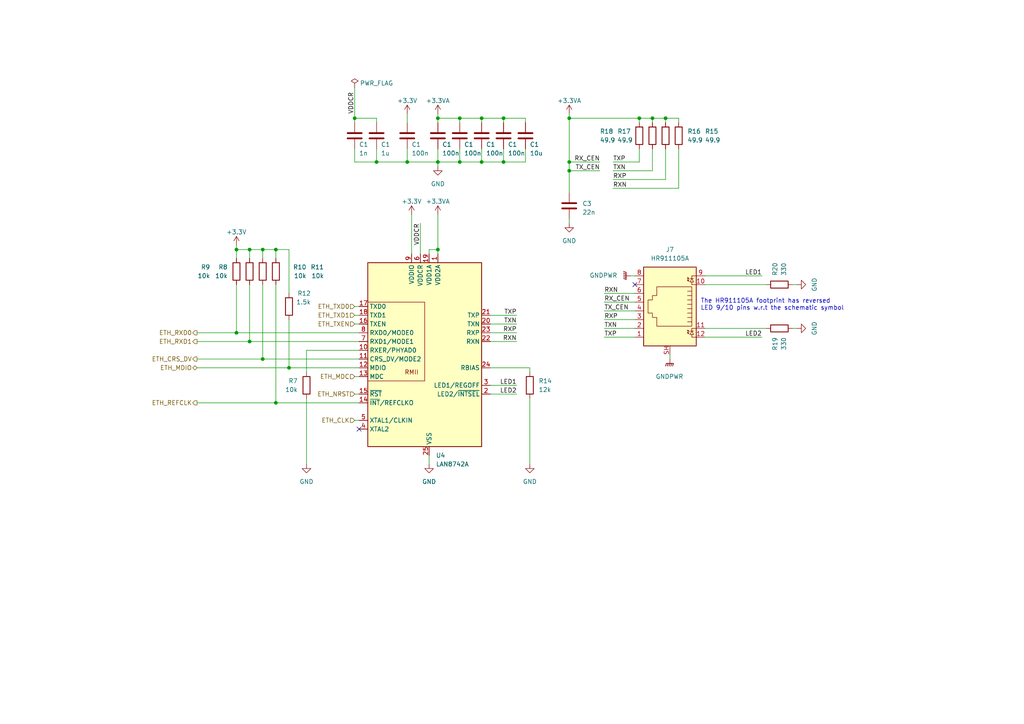
<source format=kicad_sch>
(kicad_sch (version 20230121) (generator eeschema)

  (uuid 28a81572-ca73-4685-ac3d-7fa3865c8a30)

  (paper "A4")

  (title_block
    (title "net-bmp")
    (date "2023-10-31")
    (rev "a")
    (company "elagil")
  )

  (lib_symbols
    (symbol "Connector:8P8C_LED_Shielded" (pin_names (offset 1.016)) (in_bom yes) (on_board yes)
      (property "Reference" "J" (at -5.08 13.97 0)
        (effects (font (size 1.27 1.27)) (justify right))
      )
      (property "Value" "8P8C_LED_Shielded" (at 1.27 13.97 0)
        (effects (font (size 1.27 1.27)) (justify left))
      )
      (property "Footprint" "" (at 0 0.635 90)
        (effects (font (size 1.27 1.27)) hide)
      )
      (property "Datasheet" "~" (at 0 0.635 90)
        (effects (font (size 1.27 1.27)) hide)
      )
      (property "ki_keywords" "8P8C RJ socket connector led" (at 0 0 0)
        (effects (font (size 1.27 1.27)) hide)
      )
      (property "ki_description" "RJ connector, 8P8C (8 positions 8 connected), two LEDs, RJ45, Shielded" (at 0 0 0)
        (effects (font (size 1.27 1.27)) hide)
      )
      (property "ki_fp_filters" "8P8C* RJ45*" (at 0 0 0)
        (effects (font (size 1.27 1.27)) hide)
      )
      (symbol "8P8C_LED_Shielded_0_1"
        (polyline
          (pts
            (xy -7.62 -7.62)
            (xy -6.35 -7.62)
          )
          (stroke (width 0) (type default))
          (fill (type none))
        )
        (polyline
          (pts
            (xy -7.62 -5.08)
            (xy -6.35 -5.08)
          )
          (stroke (width 0) (type default))
          (fill (type none))
        )
        (polyline
          (pts
            (xy -7.62 7.62)
            (xy -6.35 7.62)
          )
          (stroke (width 0) (type default))
          (fill (type none))
        )
        (polyline
          (pts
            (xy -7.62 10.16)
            (xy -6.35 10.16)
          )
          (stroke (width 0) (type default))
          (fill (type none))
        )
        (polyline
          (pts
            (xy -6.858 -5.842)
            (xy -5.842 -5.842)
          )
          (stroke (width 0) (type default))
          (fill (type none))
        )
        (polyline
          (pts
            (xy -6.858 9.398)
            (xy -5.842 9.398)
          )
          (stroke (width 0) (type default))
          (fill (type none))
        )
        (polyline
          (pts
            (xy -6.35 -7.62)
            (xy -6.35 -6.858)
          )
          (stroke (width 0) (type default))
          (fill (type none))
        )
        (polyline
          (pts
            (xy -6.35 -5.08)
            (xy -6.35 -5.842)
          )
          (stroke (width 0) (type default))
          (fill (type none))
        )
        (polyline
          (pts
            (xy -6.35 7.62)
            (xy -6.35 8.382)
          )
          (stroke (width 0) (type default))
          (fill (type none))
        )
        (polyline
          (pts
            (xy -6.35 10.16)
            (xy -6.35 9.398)
          )
          (stroke (width 0) (type default))
          (fill (type none))
        )
        (polyline
          (pts
            (xy -5.08 -6.223)
            (xy -5.207 -6.604)
          )
          (stroke (width 0) (type default))
          (fill (type none))
        )
        (polyline
          (pts
            (xy -5.08 -5.588)
            (xy -5.207 -5.969)
          )
          (stroke (width 0) (type default))
          (fill (type none))
        )
        (polyline
          (pts
            (xy -5.08 4.445)
            (xy -6.35 4.445)
          )
          (stroke (width 0) (type default))
          (fill (type none))
        )
        (polyline
          (pts
            (xy -5.08 5.715)
            (xy -6.35 5.715)
          )
          (stroke (width 0) (type default))
          (fill (type none))
        )
        (polyline
          (pts
            (xy -5.08 9.017)
            (xy -5.207 8.636)
          )
          (stroke (width 0) (type default))
          (fill (type none))
        )
        (polyline
          (pts
            (xy -5.08 9.652)
            (xy -5.207 9.271)
          )
          (stroke (width 0) (type default))
          (fill (type none))
        )
        (polyline
          (pts
            (xy -6.35 -3.175)
            (xy -5.08 -3.175)
            (xy -5.08 -3.175)
          )
          (stroke (width 0) (type default))
          (fill (type none))
        )
        (polyline
          (pts
            (xy -6.35 -1.905)
            (xy -5.08 -1.905)
            (xy -5.08 -1.905)
          )
          (stroke (width 0) (type default))
          (fill (type none))
        )
        (polyline
          (pts
            (xy -6.35 -0.635)
            (xy -5.08 -0.635)
            (xy -5.08 -0.635)
          )
          (stroke (width 0) (type default))
          (fill (type none))
        )
        (polyline
          (pts
            (xy -6.35 0.635)
            (xy -5.08 0.635)
            (xy -5.08 0.635)
          )
          (stroke (width 0) (type default))
          (fill (type none))
        )
        (polyline
          (pts
            (xy -6.35 1.905)
            (xy -5.08 1.905)
            (xy -5.08 1.905)
          )
          (stroke (width 0) (type default))
          (fill (type none))
        )
        (polyline
          (pts
            (xy -5.588 -6.731)
            (xy -5.08 -6.223)
            (xy -5.461 -6.35)
          )
          (stroke (width 0) (type default))
          (fill (type none))
        )
        (polyline
          (pts
            (xy -5.588 -6.096)
            (xy -5.08 -5.588)
            (xy -5.461 -5.715)
          )
          (stroke (width 0) (type default))
          (fill (type none))
        )
        (polyline
          (pts
            (xy -5.588 8.509)
            (xy -5.08 9.017)
            (xy -5.461 8.89)
          )
          (stroke (width 0) (type default))
          (fill (type none))
        )
        (polyline
          (pts
            (xy -5.588 9.144)
            (xy -5.08 9.652)
            (xy -5.461 9.525)
          )
          (stroke (width 0) (type default))
          (fill (type none))
        )
        (polyline
          (pts
            (xy -5.08 3.175)
            (xy -6.35 3.175)
            (xy -6.35 3.175)
          )
          (stroke (width 0) (type default))
          (fill (type none))
        )
        (polyline
          (pts
            (xy -6.35 -5.842)
            (xy -6.858 -6.858)
            (xy -5.842 -6.858)
            (xy -6.35 -5.842)
          )
          (stroke (width 0) (type default))
          (fill (type none))
        )
        (polyline
          (pts
            (xy -6.35 9.398)
            (xy -6.858 8.382)
            (xy -5.842 8.382)
            (xy -6.35 9.398)
          )
          (stroke (width 0) (type default))
          (fill (type none))
        )
        (polyline
          (pts
            (xy -6.35 -4.445)
            (xy -6.35 6.985)
            (xy 3.81 6.985)
            (xy 3.81 4.445)
            (xy 5.08 4.445)
            (xy 5.08 3.175)
            (xy 6.35 3.175)
            (xy 6.35 -0.635)
            (xy 5.08 -0.635)
            (xy 5.08 -1.905)
            (xy 3.81 -1.905)
            (xy 3.81 -4.445)
            (xy -6.35 -4.445)
            (xy -6.35 -4.445)
          )
          (stroke (width 0) (type default))
          (fill (type none))
        )
        (rectangle (start 7.62 12.7) (end -7.62 -10.16)
          (stroke (width 0.254) (type default))
          (fill (type background))
        )
      )
      (symbol "8P8C_LED_Shielded_1_1"
        (pin passive line (at 10.16 -7.62 180) (length 2.54)
          (name "~" (effects (font (size 1.27 1.27))))
          (number "1" (effects (font (size 1.27 1.27))))
        )
        (pin passive line (at -10.16 7.62 0) (length 2.54)
          (name "~" (effects (font (size 1.27 1.27))))
          (number "10" (effects (font (size 1.27 1.27))))
        )
        (pin passive line (at -10.16 -5.08 0) (length 2.54)
          (name "~" (effects (font (size 1.27 1.27))))
          (number "11" (effects (font (size 1.27 1.27))))
        )
        (pin passive line (at -10.16 -7.62 0) (length 2.54)
          (name "~" (effects (font (size 1.27 1.27))))
          (number "12" (effects (font (size 1.27 1.27))))
        )
        (pin passive line (at 10.16 -5.08 180) (length 2.54)
          (name "~" (effects (font (size 1.27 1.27))))
          (number "2" (effects (font (size 1.27 1.27))))
        )
        (pin passive line (at 10.16 -2.54 180) (length 2.54)
          (name "~" (effects (font (size 1.27 1.27))))
          (number "3" (effects (font (size 1.27 1.27))))
        )
        (pin passive line (at 10.16 0 180) (length 2.54)
          (name "~" (effects (font (size 1.27 1.27))))
          (number "4" (effects (font (size 1.27 1.27))))
        )
        (pin passive line (at 10.16 2.54 180) (length 2.54)
          (name "~" (effects (font (size 1.27 1.27))))
          (number "5" (effects (font (size 1.27 1.27))))
        )
        (pin passive line (at 10.16 5.08 180) (length 2.54)
          (name "~" (effects (font (size 1.27 1.27))))
          (number "6" (effects (font (size 1.27 1.27))))
        )
        (pin passive line (at 10.16 7.62 180) (length 2.54)
          (name "~" (effects (font (size 1.27 1.27))))
          (number "7" (effects (font (size 1.27 1.27))))
        )
        (pin passive line (at 10.16 10.16 180) (length 2.54)
          (name "~" (effects (font (size 1.27 1.27))))
          (number "8" (effects (font (size 1.27 1.27))))
        )
        (pin passive line (at -10.16 10.16 0) (length 2.54)
          (name "~" (effects (font (size 1.27 1.27))))
          (number "9" (effects (font (size 1.27 1.27))))
        )
        (pin passive line (at 0 -12.7 90) (length 2.54)
          (name "~" (effects (font (size 1.27 1.27))))
          (number "SH" (effects (font (size 1.27 1.27))))
        )
      )
    )
    (symbol "Device:C" (pin_numbers hide) (pin_names (offset 0.254)) (in_bom yes) (on_board yes)
      (property "Reference" "C" (at 0.635 2.54 0)
        (effects (font (size 1.27 1.27)) (justify left))
      )
      (property "Value" "C" (at 0.635 -2.54 0)
        (effects (font (size 1.27 1.27)) (justify left))
      )
      (property "Footprint" "" (at 0.9652 -3.81 0)
        (effects (font (size 1.27 1.27)) hide)
      )
      (property "Datasheet" "~" (at 0 0 0)
        (effects (font (size 1.27 1.27)) hide)
      )
      (property "ki_keywords" "cap capacitor" (at 0 0 0)
        (effects (font (size 1.27 1.27)) hide)
      )
      (property "ki_description" "Unpolarized capacitor" (at 0 0 0)
        (effects (font (size 1.27 1.27)) hide)
      )
      (property "ki_fp_filters" "C_*" (at 0 0 0)
        (effects (font (size 1.27 1.27)) hide)
      )
      (symbol "C_0_1"
        (polyline
          (pts
            (xy -2.032 -0.762)
            (xy 2.032 -0.762)
          )
          (stroke (width 0.508) (type default))
          (fill (type none))
        )
        (polyline
          (pts
            (xy -2.032 0.762)
            (xy 2.032 0.762)
          )
          (stroke (width 0.508) (type default))
          (fill (type none))
        )
      )
      (symbol "C_1_1"
        (pin passive line (at 0 3.81 270) (length 2.794)
          (name "~" (effects (font (size 1.27 1.27))))
          (number "1" (effects (font (size 1.27 1.27))))
        )
        (pin passive line (at 0 -3.81 90) (length 2.794)
          (name "~" (effects (font (size 1.27 1.27))))
          (number "2" (effects (font (size 1.27 1.27))))
        )
      )
    )
    (symbol "Device:R" (pin_numbers hide) (pin_names (offset 0)) (in_bom yes) (on_board yes)
      (property "Reference" "R" (at 2.032 0 90)
        (effects (font (size 1.27 1.27)))
      )
      (property "Value" "R" (at 0 0 90)
        (effects (font (size 1.27 1.27)))
      )
      (property "Footprint" "" (at -1.778 0 90)
        (effects (font (size 1.27 1.27)) hide)
      )
      (property "Datasheet" "~" (at 0 0 0)
        (effects (font (size 1.27 1.27)) hide)
      )
      (property "ki_keywords" "R res resistor" (at 0 0 0)
        (effects (font (size 1.27 1.27)) hide)
      )
      (property "ki_description" "Resistor" (at 0 0 0)
        (effects (font (size 1.27 1.27)) hide)
      )
      (property "ki_fp_filters" "R_*" (at 0 0 0)
        (effects (font (size 1.27 1.27)) hide)
      )
      (symbol "R_0_1"
        (rectangle (start -1.016 -2.54) (end 1.016 2.54)
          (stroke (width 0.254) (type default))
          (fill (type none))
        )
      )
      (symbol "R_1_1"
        (pin passive line (at 0 3.81 270) (length 1.27)
          (name "~" (effects (font (size 1.27 1.27))))
          (number "1" (effects (font (size 1.27 1.27))))
        )
        (pin passive line (at 0 -3.81 90) (length 1.27)
          (name "~" (effects (font (size 1.27 1.27))))
          (number "2" (effects (font (size 1.27 1.27))))
        )
      )
    )
    (symbol "Interface_Ethernet:LAN8742A" (in_bom yes) (on_board yes)
      (property "Reference" "U" (at -13.97 29.21 0)
        (effects (font (size 1.27 1.27)) (justify right))
      )
      (property "Value" "LAN8742A" (at 15.24 29.21 0)
        (effects (font (size 1.27 1.27)) (justify right))
      )
      (property "Footprint" "Package_DFN_QFN:VQFN-24-1EP_4x4mm_P0.5mm_EP2.5x2.5mm_ThermalVias" (at 1.27 -26.67 0)
        (effects (font (size 1.27 1.27)) (justify left) hide)
      )
      (property "Datasheet" "http://ww1.microchip.com/downloads/en/DeviceDoc/8742a.pdf" (at 0 -39.37 0)
        (effects (font (size 1.27 1.27)) hide)
      )
      (property "ki_keywords" "ETH PHY RMII" (at 0 0 0)
        (effects (font (size 1.27 1.27)) hide)
      )
      (property "ki_description" "LAN8720 Ethernet PHY with RMII interface, QFN-24" (at 0 0 0)
        (effects (font (size 1.27 1.27)) hide)
      )
      (property "ki_fp_filters" "VQFN*1EP*4x4mm*P0.5mm*" (at 0 0 0)
        (effects (font (size 1.27 1.27)) hide)
      )
      (symbol "LAN8742A_0_0"
        (text "RMII" (at -5.08 -3.81 0)
          (effects (font (size 1.27 1.27)))
        )
      )
      (symbol "LAN8742A_0_1"
        (rectangle (start -17.78 27.94) (end 15.24 -25.4)
          (stroke (width 0.254) (type default))
          (fill (type background))
        )
        (polyline
          (pts
            (xy -17.78 -6.35)
            (xy -1.27 -6.35)
            (xy -1.27 16.51)
            (xy -17.78 16.51)
          )
          (stroke (width 0) (type default))
          (fill (type none))
        )
      )
      (symbol "LAN8742A_1_1"
        (pin power_in line (at 2.54 30.48 270) (length 2.54)
          (name "VDD2A" (effects (font (size 1.27 1.27))))
          (number "1" (effects (font (size 1.27 1.27))))
        )
        (pin output line (at -20.32 2.54 0) (length 2.54)
          (name "RXER/PHYAD0" (effects (font (size 1.27 1.27))))
          (number "10" (effects (font (size 1.27 1.27))))
        )
        (pin bidirectional line (at -20.32 0 0) (length 2.54)
          (name "CRS_DV/MODE2" (effects (font (size 1.27 1.27))))
          (number "11" (effects (font (size 1.27 1.27))))
        )
        (pin bidirectional line (at -20.32 -2.54 0) (length 2.54)
          (name "MDIO" (effects (font (size 1.27 1.27))))
          (number "12" (effects (font (size 1.27 1.27))))
        )
        (pin input line (at -20.32 -5.08 0) (length 2.54)
          (name "MDC" (effects (font (size 1.27 1.27))))
          (number "13" (effects (font (size 1.27 1.27))))
        )
        (pin output line (at -20.32 -12.7 0) (length 2.54)
          (name "~{INT}/REFCLKO" (effects (font (size 1.27 1.27))))
          (number "14" (effects (font (size 1.27 1.27))))
        )
        (pin input line (at -20.32 -10.16 0) (length 2.54)
          (name "~{RST}" (effects (font (size 1.27 1.27))))
          (number "15" (effects (font (size 1.27 1.27))))
        )
        (pin input line (at -20.32 10.16 0) (length 2.54)
          (name "TXEN" (effects (font (size 1.27 1.27))))
          (number "16" (effects (font (size 1.27 1.27))))
        )
        (pin input line (at -20.32 15.24 0) (length 2.54)
          (name "TXD0" (effects (font (size 1.27 1.27))))
          (number "17" (effects (font (size 1.27 1.27))))
        )
        (pin input line (at -20.32 12.7 0) (length 2.54)
          (name "TXD1" (effects (font (size 1.27 1.27))))
          (number "18" (effects (font (size 1.27 1.27))))
        )
        (pin power_in line (at 0 30.48 270) (length 2.54)
          (name "VDD1A" (effects (font (size 1.27 1.27))))
          (number "19" (effects (font (size 1.27 1.27))))
        )
        (pin bidirectional line (at 17.78 -10.16 180) (length 2.54)
          (name "LED2/~{INTSEL}" (effects (font (size 1.27 1.27))))
          (number "2" (effects (font (size 1.27 1.27))))
          (alternate "~{INT}/~{INTSEL}" output line)
          (alternate "~{PME}/~{INTSEL}" output line)
        )
        (pin passive line (at 17.78 10.16 180) (length 2.54)
          (name "TXN" (effects (font (size 1.27 1.27))))
          (number "20" (effects (font (size 1.27 1.27))))
        )
        (pin passive line (at 17.78 12.7 180) (length 2.54)
          (name "TXP" (effects (font (size 1.27 1.27))))
          (number "21" (effects (font (size 1.27 1.27))))
        )
        (pin passive line (at 17.78 5.08 180) (length 2.54)
          (name "RXN" (effects (font (size 1.27 1.27))))
          (number "22" (effects (font (size 1.27 1.27))))
        )
        (pin passive line (at 17.78 7.62 180) (length 2.54)
          (name "RXP" (effects (font (size 1.27 1.27))))
          (number "23" (effects (font (size 1.27 1.27))))
        )
        (pin passive line (at 17.78 -2.54 180) (length 2.54)
          (name "RBIAS" (effects (font (size 1.27 1.27))))
          (number "24" (effects (font (size 1.27 1.27))))
        )
        (pin power_in line (at 0 -27.94 90) (length 2.54)
          (name "VSS" (effects (font (size 1.27 1.27))))
          (number "25" (effects (font (size 1.27 1.27))))
        )
        (pin bidirectional line (at 17.78 -7.62 180) (length 2.54)
          (name "LED1/REGOFF" (effects (font (size 1.27 1.27))))
          (number "3" (effects (font (size 1.27 1.27))))
          (alternate "~{INT}/REGOFF" bidirectional line)
          (alternate "~{PME}/REGOFF" bidirectional line)
        )
        (pin output line (at -20.32 -20.32 0) (length 2.54)
          (name "XTAL2" (effects (font (size 1.27 1.27))))
          (number "4" (effects (font (size 1.27 1.27))))
        )
        (pin input line (at -20.32 -17.78 0) (length 2.54)
          (name "XTAL1/CLKIN" (effects (font (size 1.27 1.27))))
          (number "5" (effects (font (size 1.27 1.27))))
        )
        (pin power_in line (at -2.54 30.48 270) (length 2.54)
          (name "VDDCR" (effects (font (size 1.27 1.27))))
          (number "6" (effects (font (size 1.27 1.27))))
        )
        (pin bidirectional line (at -20.32 5.08 0) (length 2.54)
          (name "RXD1/MODE1" (effects (font (size 1.27 1.27))))
          (number "7" (effects (font (size 1.27 1.27))))
        )
        (pin bidirectional line (at -20.32 7.62 0) (length 2.54)
          (name "RXD0/MODE0" (effects (font (size 1.27 1.27))))
          (number "8" (effects (font (size 1.27 1.27))))
        )
        (pin power_in line (at -5.08 30.48 270) (length 2.54)
          (name "VDDIO" (effects (font (size 1.27 1.27))))
          (number "9" (effects (font (size 1.27 1.27))))
        )
      )
    )
    (symbol "power:+3.3V" (power) (pin_names (offset 0)) (in_bom yes) (on_board yes)
      (property "Reference" "#PWR" (at 0 -3.81 0)
        (effects (font (size 1.27 1.27)) hide)
      )
      (property "Value" "+3.3V" (at 0 3.556 0)
        (effects (font (size 1.27 1.27)))
      )
      (property "Footprint" "" (at 0 0 0)
        (effects (font (size 1.27 1.27)) hide)
      )
      (property "Datasheet" "" (at 0 0 0)
        (effects (font (size 1.27 1.27)) hide)
      )
      (property "ki_keywords" "global power" (at 0 0 0)
        (effects (font (size 1.27 1.27)) hide)
      )
      (property "ki_description" "Power symbol creates a global label with name \"+3.3V\"" (at 0 0 0)
        (effects (font (size 1.27 1.27)) hide)
      )
      (symbol "+3.3V_0_1"
        (polyline
          (pts
            (xy -0.762 1.27)
            (xy 0 2.54)
          )
          (stroke (width 0) (type default))
          (fill (type none))
        )
        (polyline
          (pts
            (xy 0 0)
            (xy 0 2.54)
          )
          (stroke (width 0) (type default))
          (fill (type none))
        )
        (polyline
          (pts
            (xy 0 2.54)
            (xy 0.762 1.27)
          )
          (stroke (width 0) (type default))
          (fill (type none))
        )
      )
      (symbol "+3.3V_1_1"
        (pin power_in line (at 0 0 90) (length 0) hide
          (name "+3.3V" (effects (font (size 1.27 1.27))))
          (number "1" (effects (font (size 1.27 1.27))))
        )
      )
    )
    (symbol "power:+3.3VA" (power) (pin_names (offset 0)) (in_bom yes) (on_board yes)
      (property "Reference" "#PWR" (at 0 -3.81 0)
        (effects (font (size 1.27 1.27)) hide)
      )
      (property "Value" "+3.3VA" (at 0 3.556 0)
        (effects (font (size 1.27 1.27)))
      )
      (property "Footprint" "" (at 0 0 0)
        (effects (font (size 1.27 1.27)) hide)
      )
      (property "Datasheet" "" (at 0 0 0)
        (effects (font (size 1.27 1.27)) hide)
      )
      (property "ki_keywords" "global power" (at 0 0 0)
        (effects (font (size 1.27 1.27)) hide)
      )
      (property "ki_description" "Power symbol creates a global label with name \"+3.3VA\"" (at 0 0 0)
        (effects (font (size 1.27 1.27)) hide)
      )
      (symbol "+3.3VA_0_1"
        (polyline
          (pts
            (xy -0.762 1.27)
            (xy 0 2.54)
          )
          (stroke (width 0) (type default))
          (fill (type none))
        )
        (polyline
          (pts
            (xy 0 0)
            (xy 0 2.54)
          )
          (stroke (width 0) (type default))
          (fill (type none))
        )
        (polyline
          (pts
            (xy 0 2.54)
            (xy 0.762 1.27)
          )
          (stroke (width 0) (type default))
          (fill (type none))
        )
      )
      (symbol "+3.3VA_1_1"
        (pin power_in line (at 0 0 90) (length 0) hide
          (name "+3.3VA" (effects (font (size 1.27 1.27))))
          (number "1" (effects (font (size 1.27 1.27))))
        )
      )
    )
    (symbol "power:GND" (power) (pin_names (offset 0)) (in_bom yes) (on_board yes)
      (property "Reference" "#PWR" (at 0 -6.35 0)
        (effects (font (size 1.27 1.27)) hide)
      )
      (property "Value" "GND" (at 0 -3.81 0)
        (effects (font (size 1.27 1.27)))
      )
      (property "Footprint" "" (at 0 0 0)
        (effects (font (size 1.27 1.27)) hide)
      )
      (property "Datasheet" "" (at 0 0 0)
        (effects (font (size 1.27 1.27)) hide)
      )
      (property "ki_keywords" "global power" (at 0 0 0)
        (effects (font (size 1.27 1.27)) hide)
      )
      (property "ki_description" "Power symbol creates a global label with name \"GND\" , ground" (at 0 0 0)
        (effects (font (size 1.27 1.27)) hide)
      )
      (symbol "GND_0_1"
        (polyline
          (pts
            (xy 0 0)
            (xy 0 -1.27)
            (xy 1.27 -1.27)
            (xy 0 -2.54)
            (xy -1.27 -1.27)
            (xy 0 -1.27)
          )
          (stroke (width 0) (type default))
          (fill (type none))
        )
      )
      (symbol "GND_1_1"
        (pin power_in line (at 0 0 270) (length 0) hide
          (name "GND" (effects (font (size 1.27 1.27))))
          (number "1" (effects (font (size 1.27 1.27))))
        )
      )
    )
    (symbol "power:GNDPWR" (power) (pin_names (offset 0)) (in_bom yes) (on_board yes)
      (property "Reference" "#PWR" (at 0 -5.08 0)
        (effects (font (size 1.27 1.27)) hide)
      )
      (property "Value" "GNDPWR" (at 0 -3.302 0)
        (effects (font (size 1.27 1.27)))
      )
      (property "Footprint" "" (at 0 -1.27 0)
        (effects (font (size 1.27 1.27)) hide)
      )
      (property "Datasheet" "" (at 0 -1.27 0)
        (effects (font (size 1.27 1.27)) hide)
      )
      (property "ki_keywords" "global ground" (at 0 0 0)
        (effects (font (size 1.27 1.27)) hide)
      )
      (property "ki_description" "Power symbol creates a global label with name \"GNDPWR\" , global ground" (at 0 0 0)
        (effects (font (size 1.27 1.27)) hide)
      )
      (symbol "GNDPWR_0_1"
        (polyline
          (pts
            (xy 0 -1.27)
            (xy 0 0)
          )
          (stroke (width 0) (type default))
          (fill (type none))
        )
        (polyline
          (pts
            (xy -1.016 -1.27)
            (xy -1.27 -2.032)
            (xy -1.27 -2.032)
          )
          (stroke (width 0.2032) (type default))
          (fill (type none))
        )
        (polyline
          (pts
            (xy -0.508 -1.27)
            (xy -0.762 -2.032)
            (xy -0.762 -2.032)
          )
          (stroke (width 0.2032) (type default))
          (fill (type none))
        )
        (polyline
          (pts
            (xy 0 -1.27)
            (xy -0.254 -2.032)
            (xy -0.254 -2.032)
          )
          (stroke (width 0.2032) (type default))
          (fill (type none))
        )
        (polyline
          (pts
            (xy 0.508 -1.27)
            (xy 0.254 -2.032)
            (xy 0.254 -2.032)
          )
          (stroke (width 0.2032) (type default))
          (fill (type none))
        )
        (polyline
          (pts
            (xy 1.016 -1.27)
            (xy -1.016 -1.27)
            (xy -1.016 -1.27)
          )
          (stroke (width 0.2032) (type default))
          (fill (type none))
        )
        (polyline
          (pts
            (xy 1.016 -1.27)
            (xy 0.762 -2.032)
            (xy 0.762 -2.032)
            (xy 0.762 -2.032)
          )
          (stroke (width 0.2032) (type default))
          (fill (type none))
        )
      )
      (symbol "GNDPWR_1_1"
        (pin power_in line (at 0 0 270) (length 0) hide
          (name "GNDPWR" (effects (font (size 1.27 1.27))))
          (number "1" (effects (font (size 1.27 1.27))))
        )
      )
    )
    (symbol "power:PWR_FLAG" (power) (pin_numbers hide) (pin_names (offset 0) hide) (in_bom yes) (on_board yes)
      (property "Reference" "#FLG" (at 0 1.905 0)
        (effects (font (size 1.27 1.27)) hide)
      )
      (property "Value" "PWR_FLAG" (at 0 3.81 0)
        (effects (font (size 1.27 1.27)))
      )
      (property "Footprint" "" (at 0 0 0)
        (effects (font (size 1.27 1.27)) hide)
      )
      (property "Datasheet" "~" (at 0 0 0)
        (effects (font (size 1.27 1.27)) hide)
      )
      (property "ki_keywords" "flag power" (at 0 0 0)
        (effects (font (size 1.27 1.27)) hide)
      )
      (property "ki_description" "Special symbol for telling ERC where power comes from" (at 0 0 0)
        (effects (font (size 1.27 1.27)) hide)
      )
      (symbol "PWR_FLAG_0_0"
        (pin power_out line (at 0 0 90) (length 0)
          (name "pwr" (effects (font (size 1.27 1.27))))
          (number "1" (effects (font (size 1.27 1.27))))
        )
      )
      (symbol "PWR_FLAG_0_1"
        (polyline
          (pts
            (xy 0 0)
            (xy 0 1.27)
            (xy -1.016 1.905)
            (xy 0 2.54)
            (xy 1.016 1.905)
            (xy 0 1.27)
          )
          (stroke (width 0) (type default))
          (fill (type none))
        )
      )
    )
  )

  (junction (at 127 34.29) (diameter 0) (color 0 0 0 0)
    (uuid 03a4ec20-ec9f-4e01-bbe2-4ad1c3068fb1)
  )
  (junction (at 68.58 72.39) (diameter 0) (color 0 0 0 0)
    (uuid 0b49072a-0631-45b7-a7ca-07256ed5391f)
  )
  (junction (at 76.2 104.14) (diameter 0) (color 0 0 0 0)
    (uuid 16874ed1-9fff-4d86-8556-091d92d821b7)
  )
  (junction (at 193.04 34.29) (diameter 0) (color 0 0 0 0)
    (uuid 187356cd-a4f0-4040-b402-185cdabbbe78)
  )
  (junction (at 109.22 46.99) (diameter 0) (color 0 0 0 0)
    (uuid 1ca60e95-01c0-4a12-9bd6-e5b1a5d8ed88)
  )
  (junction (at 185.42 34.29) (diameter 0) (color 0 0 0 0)
    (uuid 401a46e5-13f1-47e2-8730-ff90c776ade7)
  )
  (junction (at 68.58 96.52) (diameter 0) (color 0 0 0 0)
    (uuid 4182546b-031d-4813-9a9b-f61d01d718f1)
  )
  (junction (at 165.1 49.53) (diameter 0) (color 0 0 0 0)
    (uuid 42656a32-507a-4e96-9b61-0fe294fce083)
  )
  (junction (at 146.05 34.29) (diameter 0) (color 0 0 0 0)
    (uuid 5887a6a9-6800-44bf-82b9-15972226973f)
  )
  (junction (at 139.7 34.29) (diameter 0) (color 0 0 0 0)
    (uuid 678f8e37-20d1-492d-bef0-f2b47e8a66a0)
  )
  (junction (at 72.39 72.39) (diameter 0) (color 0 0 0 0)
    (uuid 75f85fff-eb15-4cdb-88d7-8b92cc9a03fa)
  )
  (junction (at 133.35 46.99) (diameter 0) (color 0 0 0 0)
    (uuid a00f9463-4d6a-4da8-a4fb-d4f715a16029)
  )
  (junction (at 165.1 46.99) (diameter 0) (color 0 0 0 0)
    (uuid a2569f47-0226-4875-930b-7955cc14fb40)
  )
  (junction (at 127 72.39) (diameter 0) (color 0 0 0 0)
    (uuid b12a5e5b-b966-467f-af57-edcab0b57ac6)
  )
  (junction (at 165.1 34.29) (diameter 0) (color 0 0 0 0)
    (uuid ca789986-031d-43f2-adf1-8be234a3fdd1)
  )
  (junction (at 76.2 72.39) (diameter 0) (color 0 0 0 0)
    (uuid d0992d57-4651-4c0a-a574-0813b3b4e5b9)
  )
  (junction (at 127 46.99) (diameter 0) (color 0 0 0 0)
    (uuid da47cd2a-12c5-4fab-867f-c0919f577c96)
  )
  (junction (at 146.05 46.99) (diameter 0) (color 0 0 0 0)
    (uuid db33f8cd-5156-44f3-a59b-6e9204060379)
  )
  (junction (at 139.7 46.99) (diameter 0) (color 0 0 0 0)
    (uuid dd6a5d59-61c6-41b3-89fd-89d0ffce30a0)
  )
  (junction (at 80.01 116.84) (diameter 0) (color 0 0 0 0)
    (uuid e89ff644-49df-4a49-8d4f-721b7a1100dc)
  )
  (junction (at 133.35 34.29) (diameter 0) (color 0 0 0 0)
    (uuid ee899441-bd7b-4503-a14e-5772bbe8f9a3)
  )
  (junction (at 80.01 72.39) (diameter 0) (color 0 0 0 0)
    (uuid ef485ad8-85f7-4977-b21a-6f75c305dd8b)
  )
  (junction (at 189.23 34.29) (diameter 0) (color 0 0 0 0)
    (uuid f0e5134a-6f0e-4a88-ab98-0846398f4fdd)
  )
  (junction (at 83.82 106.68) (diameter 0) (color 0 0 0 0)
    (uuid f4b341af-b69f-48d8-977a-8014957e3733)
  )
  (junction (at 102.87 34.29) (diameter 0) (color 0 0 0 0)
    (uuid f60b226c-cab9-477e-a591-07e4f44d73f0)
  )
  (junction (at 72.39 99.06) (diameter 0) (color 0 0 0 0)
    (uuid f9adcb03-d210-4777-99f8-578a21006894)
  )
  (junction (at 118.11 46.99) (diameter 0) (color 0 0 0 0)
    (uuid fe828985-5d0e-49f3-b9d8-a168a77af37a)
  )

  (no_connect (at 104.14 124.46) (uuid 44deab38-b37d-4922-b7d4-d74b93097c2b))
  (no_connect (at 184.15 82.55) (uuid 9cac95fa-04cc-42bd-a1b8-b36c9532377d))

  (wire (pts (xy 152.4 43.18) (xy 152.4 46.99))
    (stroke (width 0) (type default))
    (uuid 01db8089-6425-42bc-b795-5c578c97ce76)
  )
  (wire (pts (xy 146.05 46.99) (xy 152.4 46.99))
    (stroke (width 0) (type default))
    (uuid 08fce435-2507-481b-a5f8-19e97046ccb6)
  )
  (wire (pts (xy 220.98 97.79) (xy 204.47 97.79))
    (stroke (width 0) (type default))
    (uuid 09e45bae-76c9-49c4-8fd3-fcbe05017049)
  )
  (wire (pts (xy 127 72.39) (xy 127 73.66))
    (stroke (width 0) (type default))
    (uuid 0f4f6b46-f3b2-465e-bf84-e988fc413aa6)
  )
  (wire (pts (xy 177.8 49.53) (xy 189.23 49.53))
    (stroke (width 0) (type default))
    (uuid 11cfeba0-63e8-42fe-8c01-06e4cda0bf4a)
  )
  (wire (pts (xy 175.26 95.25) (xy 184.15 95.25))
    (stroke (width 0) (type default))
    (uuid 1455cbb9-e0a3-473f-8237-47eefa6e65f8)
  )
  (wire (pts (xy 76.2 104.14) (xy 104.14 104.14))
    (stroke (width 0) (type default))
    (uuid 16eeb55a-b9b5-4c8a-ad22-cbf62ce12829)
  )
  (wire (pts (xy 165.1 34.29) (xy 185.42 34.29))
    (stroke (width 0) (type default))
    (uuid 1f16e27b-f704-4925-a4da-7af050a7d04d)
  )
  (wire (pts (xy 127 62.23) (xy 127 72.39))
    (stroke (width 0) (type default))
    (uuid 21d66b45-fa0a-47a7-8d96-27cafe0c70ff)
  )
  (wire (pts (xy 76.2 72.39) (xy 76.2 74.93))
    (stroke (width 0) (type default))
    (uuid 21f088e1-2d88-48ba-947c-adcc652b3f4a)
  )
  (wire (pts (xy 142.24 93.98) (xy 149.86 93.98))
    (stroke (width 0) (type default))
    (uuid 24513785-2c61-4410-8974-66433a6d3e4b)
  )
  (wire (pts (xy 83.82 106.68) (xy 104.14 106.68))
    (stroke (width 0) (type default))
    (uuid 24b9d1f8-40ed-43fc-9048-1c259ee941ce)
  )
  (wire (pts (xy 109.22 35.56) (xy 109.22 34.29))
    (stroke (width 0) (type default))
    (uuid 27136c0f-f271-416c-8f50-1bd58c9b7b23)
  )
  (wire (pts (xy 57.15 96.52) (xy 68.58 96.52))
    (stroke (width 0) (type default))
    (uuid 287f8118-b5a7-469c-8559-3519dc70f7ff)
  )
  (wire (pts (xy 165.1 46.99) (xy 173.99 46.99))
    (stroke (width 0) (type default))
    (uuid 2e2fd9f9-23de-4545-9898-bb6b80b8397b)
  )
  (wire (pts (xy 102.87 93.98) (xy 104.14 93.98))
    (stroke (width 0) (type default))
    (uuid 32510a28-3fd4-499f-b38a-49b9925c1b0a)
  )
  (wire (pts (xy 88.9 115.57) (xy 88.9 134.62))
    (stroke (width 0) (type default))
    (uuid 33221b13-ea7f-48a4-9d88-221f8b5fa076)
  )
  (wire (pts (xy 102.87 88.9) (xy 104.14 88.9))
    (stroke (width 0) (type default))
    (uuid 341d800a-b003-422f-bd43-bd352745e809)
  )
  (wire (pts (xy 142.24 99.06) (xy 149.86 99.06))
    (stroke (width 0) (type default))
    (uuid 36b35e11-d479-4d98-adb1-a79979921151)
  )
  (wire (pts (xy 175.26 90.17) (xy 184.15 90.17))
    (stroke (width 0) (type default))
    (uuid 36b85ded-9ddb-4150-89de-971473debf70)
  )
  (wire (pts (xy 124.46 132.08) (xy 124.46 134.62))
    (stroke (width 0) (type default))
    (uuid 370228b5-5bff-4654-9519-6fef3d7e6508)
  )
  (wire (pts (xy 165.1 46.99) (xy 165.1 49.53))
    (stroke (width 0) (type default))
    (uuid 3719edee-4494-4972-aa2d-b9c066dfc70b)
  )
  (wire (pts (xy 88.9 101.6) (xy 88.9 107.95))
    (stroke (width 0) (type default))
    (uuid 3780828a-a908-4380-9a3d-22f73a6a7c21)
  )
  (wire (pts (xy 193.04 35.56) (xy 193.04 34.29))
    (stroke (width 0) (type default))
    (uuid 3d21d646-3fe3-48d2-823e-bbea77cf797c)
  )
  (wire (pts (xy 139.7 43.18) (xy 139.7 46.99))
    (stroke (width 0) (type default))
    (uuid 3d26a567-fa67-4623-8aa6-bb69330d9b5d)
  )
  (wire (pts (xy 152.4 35.56) (xy 152.4 34.29))
    (stroke (width 0) (type default))
    (uuid 3e1bac30-6e07-45f6-8712-4ce24afddc79)
  )
  (wire (pts (xy 204.47 95.25) (xy 222.25 95.25))
    (stroke (width 0) (type default))
    (uuid 3f5bd2e8-7cdc-4662-8781-2240c1bdf120)
  )
  (wire (pts (xy 80.01 72.39) (xy 80.01 74.93))
    (stroke (width 0) (type default))
    (uuid 42b7e66f-4fde-4e0f-8170-00e28f28ee36)
  )
  (wire (pts (xy 72.39 72.39) (xy 72.39 74.93))
    (stroke (width 0) (type default))
    (uuid 444369a1-5f1f-489e-9a05-16db96c16eb9)
  )
  (wire (pts (xy 142.24 106.68) (xy 153.67 106.68))
    (stroke (width 0) (type default))
    (uuid 44a6bc59-2eed-466f-bdef-3e6999818b94)
  )
  (wire (pts (xy 146.05 34.29) (xy 152.4 34.29))
    (stroke (width 0) (type default))
    (uuid 5078dfe1-4d05-43f3-b932-ef586dfecc99)
  )
  (wire (pts (xy 153.67 115.57) (xy 153.67 134.62))
    (stroke (width 0) (type default))
    (uuid 55562238-19ac-45cd-895d-19fa20f5dff6)
  )
  (wire (pts (xy 175.26 92.71) (xy 184.15 92.71))
    (stroke (width 0) (type default))
    (uuid 5a9a689d-9fc3-475e-9095-b90ebe25f875)
  )
  (wire (pts (xy 165.1 49.53) (xy 165.1 55.88))
    (stroke (width 0) (type default))
    (uuid 5bfee604-eaf7-4451-9cd9-5ea7f60c6a98)
  )
  (wire (pts (xy 72.39 72.39) (xy 76.2 72.39))
    (stroke (width 0) (type default))
    (uuid 5df355ef-09d4-4ada-8409-63ea73cb2e52)
  )
  (wire (pts (xy 127 46.99) (xy 133.35 46.99))
    (stroke (width 0) (type default))
    (uuid 5e2eba6c-ed8d-4203-9c49-3e24916747c8)
  )
  (wire (pts (xy 127 43.18) (xy 127 46.99))
    (stroke (width 0) (type default))
    (uuid 5ff94bc6-e6b4-47fc-bac9-3647c6eedf5c)
  )
  (wire (pts (xy 102.87 109.22) (xy 104.14 109.22))
    (stroke (width 0) (type default))
    (uuid 62410dfc-2c99-4b00-84be-c97b427666b9)
  )
  (wire (pts (xy 80.01 116.84) (xy 104.14 116.84))
    (stroke (width 0) (type default))
    (uuid 6353fead-4749-4d91-bfca-b66acc868fb8)
  )
  (wire (pts (xy 109.22 43.18) (xy 109.22 46.99))
    (stroke (width 0) (type default))
    (uuid 63aa70b3-96c9-495e-83ff-bd0cec92f8e5)
  )
  (wire (pts (xy 68.58 72.39) (xy 72.39 72.39))
    (stroke (width 0) (type default))
    (uuid 6647eeb0-e992-4d7a-9d8f-a65887a2884e)
  )
  (wire (pts (xy 102.87 114.3) (xy 104.14 114.3))
    (stroke (width 0) (type default))
    (uuid 665c20e1-ae13-4817-a431-8fed5da01f03)
  )
  (wire (pts (xy 133.35 34.29) (xy 139.7 34.29))
    (stroke (width 0) (type default))
    (uuid 6966ac30-c2cf-4352-8d99-eb2a76ef0ad7)
  )
  (wire (pts (xy 204.47 82.55) (xy 222.25 82.55))
    (stroke (width 0) (type default))
    (uuid 69dfb5ac-b93f-4972-8e7e-e8742438ba0f)
  )
  (wire (pts (xy 76.2 82.55) (xy 76.2 104.14))
    (stroke (width 0) (type default))
    (uuid 6cca1573-bd5d-4f3a-b0ce-baa41c7f4356)
  )
  (wire (pts (xy 57.15 99.06) (xy 72.39 99.06))
    (stroke (width 0) (type default))
    (uuid 6ce41347-6dca-4ed6-aee7-144fe0ea2fed)
  )
  (wire (pts (xy 142.24 91.44) (xy 149.86 91.44))
    (stroke (width 0) (type default))
    (uuid 6fc97f92-b7c6-4d4f-9800-d182559f6b43)
  )
  (wire (pts (xy 177.8 52.07) (xy 193.04 52.07))
    (stroke (width 0) (type default))
    (uuid 710dfcfc-c917-4c72-b101-a63819b7bb71)
  )
  (wire (pts (xy 102.87 25.4) (xy 102.87 34.29))
    (stroke (width 0) (type default))
    (uuid 7220dca0-0bec-43ec-b598-ef0a2c485413)
  )
  (wire (pts (xy 220.98 80.01) (xy 204.47 80.01))
    (stroke (width 0) (type default))
    (uuid 72bfc592-dd57-4679-97bf-59644b2aef45)
  )
  (wire (pts (xy 72.39 82.55) (xy 72.39 99.06))
    (stroke (width 0) (type default))
    (uuid 796c494b-6bd4-4df2-a03c-49a5fdf69eb1)
  )
  (wire (pts (xy 102.87 46.99) (xy 109.22 46.99))
    (stroke (width 0) (type default))
    (uuid 79f24f02-5b7c-4883-be8d-2245935468d6)
  )
  (wire (pts (xy 193.04 43.18) (xy 193.04 52.07))
    (stroke (width 0) (type default))
    (uuid 79f7cfdc-14f4-4011-8e4c-239cf1451504)
  )
  (wire (pts (xy 83.82 85.09) (xy 83.82 72.39))
    (stroke (width 0) (type default))
    (uuid 7d062277-27aa-4e04-8bfa-4a6426a56f63)
  )
  (wire (pts (xy 165.1 34.29) (xy 165.1 46.99))
    (stroke (width 0) (type default))
    (uuid 7f48f66c-dd8b-4e67-a3fd-054d31cb8a5e)
  )
  (wire (pts (xy 185.42 35.56) (xy 185.42 34.29))
    (stroke (width 0) (type default))
    (uuid 81f0045e-b5c9-405f-ba17-e7bd562620c9)
  )
  (wire (pts (xy 229.87 82.55) (xy 231.14 82.55))
    (stroke (width 0) (type default))
    (uuid 85267b60-d06f-48ed-8697-8c58904f6302)
  )
  (wire (pts (xy 182.88 80.01) (xy 184.15 80.01))
    (stroke (width 0) (type default))
    (uuid 8804e8ea-1146-4ab7-bf9b-af7d7a62cb3a)
  )
  (wire (pts (xy 165.1 63.5) (xy 165.1 64.77))
    (stroke (width 0) (type default))
    (uuid 8bc7cb32-68b3-49e1-bb11-948daa73e060)
  )
  (wire (pts (xy 102.87 34.29) (xy 102.87 35.56))
    (stroke (width 0) (type default))
    (uuid 90f09e2a-d407-4505-8e8b-180f8ffa3045)
  )
  (wire (pts (xy 139.7 35.56) (xy 139.7 34.29))
    (stroke (width 0) (type default))
    (uuid 9dbb6e83-17f3-4578-b008-d57884ae2ba3)
  )
  (wire (pts (xy 189.23 34.29) (xy 193.04 34.29))
    (stroke (width 0) (type default))
    (uuid 9fef7534-1b16-4bc3-9611-c2535722c3b7)
  )
  (wire (pts (xy 80.01 82.55) (xy 80.01 116.84))
    (stroke (width 0) (type default))
    (uuid a0a4163d-73f3-4068-9886-c0782c7606e4)
  )
  (wire (pts (xy 118.11 46.99) (xy 127 46.99))
    (stroke (width 0) (type default))
    (uuid a4f4237d-d854-4616-9617-17fa081a498c)
  )
  (wire (pts (xy 196.85 43.18) (xy 196.85 54.61))
    (stroke (width 0) (type default))
    (uuid a6982893-0255-45d6-a447-d9d2432347ba)
  )
  (wire (pts (xy 142.24 114.3) (xy 149.86 114.3))
    (stroke (width 0) (type default))
    (uuid aa5a6eaa-9164-4f1b-b4f5-626e01321f5f)
  )
  (wire (pts (xy 175.26 97.79) (xy 184.15 97.79))
    (stroke (width 0) (type default))
    (uuid aa8ce54f-e889-47ca-8004-b7b28e89acfb)
  )
  (wire (pts (xy 102.87 121.92) (xy 104.14 121.92))
    (stroke (width 0) (type default))
    (uuid aa9768a4-a13b-4fc0-ae2a-08e0922838c5)
  )
  (wire (pts (xy 57.15 106.68) (xy 83.82 106.68))
    (stroke (width 0) (type default))
    (uuid af742897-f199-4232-9a18-d32f926776e0)
  )
  (wire (pts (xy 68.58 96.52) (xy 104.14 96.52))
    (stroke (width 0) (type default))
    (uuid b08ccdd2-5616-44db-befb-661f3487fc78)
  )
  (wire (pts (xy 229.87 95.25) (xy 231.14 95.25))
    (stroke (width 0) (type default))
    (uuid b100840f-adb9-45db-ab82-dd9b49ee1caa)
  )
  (wire (pts (xy 142.24 111.76) (xy 149.86 111.76))
    (stroke (width 0) (type default))
    (uuid b1834482-56d6-4a8b-80b7-c2ca1f591b24)
  )
  (wire (pts (xy 127 33.02) (xy 127 34.29))
    (stroke (width 0) (type default))
    (uuid b1ae37c3-6810-4caf-8846-5ba5eb87f912)
  )
  (wire (pts (xy 146.05 43.18) (xy 146.05 46.99))
    (stroke (width 0) (type default))
    (uuid b38606c9-3180-4f2c-8ab9-aac0d311975f)
  )
  (wire (pts (xy 185.42 34.29) (xy 189.23 34.29))
    (stroke (width 0) (type default))
    (uuid b47d393f-7937-43ce-82da-2fdee8efddf7)
  )
  (wire (pts (xy 68.58 72.39) (xy 68.58 74.93))
    (stroke (width 0) (type default))
    (uuid b554df56-83a6-4e86-a4ef-2d9170a118c5)
  )
  (wire (pts (xy 127 46.99) (xy 127 48.26))
    (stroke (width 0) (type default))
    (uuid b55fc5af-d79b-4931-a237-b61142fd13d1)
  )
  (wire (pts (xy 68.58 71.12) (xy 68.58 72.39))
    (stroke (width 0) (type default))
    (uuid b735dee5-1591-4fd6-af34-c5e91f3765e8)
  )
  (wire (pts (xy 177.8 54.61) (xy 196.85 54.61))
    (stroke (width 0) (type default))
    (uuid b76f4f66-afc4-497e-a740-4080b22be523)
  )
  (wire (pts (xy 189.23 43.18) (xy 189.23 49.53))
    (stroke (width 0) (type default))
    (uuid b80ca595-2946-4140-843a-8932a33b25b9)
  )
  (wire (pts (xy 83.82 72.39) (xy 80.01 72.39))
    (stroke (width 0) (type default))
    (uuid be09bbd9-81ea-49eb-9947-5ebc6ed14bee)
  )
  (wire (pts (xy 185.42 43.18) (xy 185.42 46.99))
    (stroke (width 0) (type default))
    (uuid bf8f0d92-4595-4aa3-889d-caaeebe7d97a)
  )
  (wire (pts (xy 165.1 34.29) (xy 165.1 33.02))
    (stroke (width 0) (type default))
    (uuid c0b826d9-c194-4ff0-ba6d-16fd5a64311a)
  )
  (wire (pts (xy 177.8 46.99) (xy 185.42 46.99))
    (stroke (width 0) (type default))
    (uuid c36818df-4763-42b3-9780-13744ba7ef06)
  )
  (wire (pts (xy 175.26 87.63) (xy 184.15 87.63))
    (stroke (width 0) (type default))
    (uuid c5275baf-330e-4f07-aed2-6267b6706b83)
  )
  (wire (pts (xy 68.58 82.55) (xy 68.58 96.52))
    (stroke (width 0) (type default))
    (uuid c63594f3-d617-46bc-9cd0-d4e12bd09c24)
  )
  (wire (pts (xy 127 34.29) (xy 133.35 34.29))
    (stroke (width 0) (type default))
    (uuid c8bca129-fdc6-415f-b3bf-4418dfea6937)
  )
  (wire (pts (xy 165.1 49.53) (xy 173.99 49.53))
    (stroke (width 0) (type default))
    (uuid cad85ab8-a1a5-4fc7-b77d-2e2208f6b747)
  )
  (wire (pts (xy 175.26 85.09) (xy 184.15 85.09))
    (stroke (width 0) (type default))
    (uuid d0a674b2-4e8e-4145-bb1a-11c24f60cbbd)
  )
  (wire (pts (xy 72.39 99.06) (xy 104.14 99.06))
    (stroke (width 0) (type default))
    (uuid d1cc8763-5610-4cfc-bfcb-d3439712d4e7)
  )
  (wire (pts (xy 146.05 35.56) (xy 146.05 34.29))
    (stroke (width 0) (type default))
    (uuid d39d8cf3-0c7b-40dc-babf-1d09af75348b)
  )
  (wire (pts (xy 127 34.29) (xy 127 35.56))
    (stroke (width 0) (type default))
    (uuid d59c89f8-d72c-42fc-ab89-8f8ce22b42a6)
  )
  (wire (pts (xy 133.35 35.56) (xy 133.35 34.29))
    (stroke (width 0) (type default))
    (uuid d76502bc-314c-4507-9a84-9d34cf264082)
  )
  (wire (pts (xy 109.22 46.99) (xy 118.11 46.99))
    (stroke (width 0) (type default))
    (uuid d7c4272f-204e-4eff-b7e5-90a533ec6235)
  )
  (wire (pts (xy 83.82 92.71) (xy 83.82 106.68))
    (stroke (width 0) (type default))
    (uuid d84282f3-0b55-4679-ba86-d180f1fad4b7)
  )
  (wire (pts (xy 124.46 73.66) (xy 124.46 72.39))
    (stroke (width 0) (type default))
    (uuid dab2faf0-d936-4655-9e24-aa3fb9be2fda)
  )
  (wire (pts (xy 102.87 91.44) (xy 104.14 91.44))
    (stroke (width 0) (type default))
    (uuid dc4da479-346f-4d50-b7c2-d4799a34589d)
  )
  (wire (pts (xy 133.35 46.99) (xy 139.7 46.99))
    (stroke (width 0) (type default))
    (uuid e05a6db3-6cfe-4dd7-b445-4ba63311b52f)
  )
  (wire (pts (xy 193.04 34.29) (xy 196.85 34.29))
    (stroke (width 0) (type default))
    (uuid e0d7632f-344c-4b67-84ce-714f05d5ed12)
  )
  (wire (pts (xy 139.7 34.29) (xy 146.05 34.29))
    (stroke (width 0) (type default))
    (uuid e235d835-a1a7-48a8-a1ac-c67051ee23cc)
  )
  (wire (pts (xy 118.11 33.02) (xy 118.11 35.56))
    (stroke (width 0) (type default))
    (uuid e2618a0d-eca3-446f-a0ab-2ea111b4de81)
  )
  (wire (pts (xy 102.87 34.29) (xy 109.22 34.29))
    (stroke (width 0) (type default))
    (uuid e2f8c8a9-f1e5-4ba3-8763-65e7232bebbe)
  )
  (wire (pts (xy 102.87 43.18) (xy 102.87 46.99))
    (stroke (width 0) (type default))
    (uuid e345158b-1fd1-4402-8028-227072ea31f2)
  )
  (wire (pts (xy 124.46 72.39) (xy 127 72.39))
    (stroke (width 0) (type default))
    (uuid e8383073-8f64-4d30-b1ff-77db63bafb1c)
  )
  (wire (pts (xy 142.24 96.52) (xy 149.86 96.52))
    (stroke (width 0) (type default))
    (uuid e87ea8d4-4187-4cdb-b81e-9537dbef6d84)
  )
  (wire (pts (xy 194.31 102.87) (xy 194.31 104.14))
    (stroke (width 0) (type default))
    (uuid ee6a670c-0204-4f29-abff-2b20550eb7c4)
  )
  (wire (pts (xy 104.14 101.6) (xy 88.9 101.6))
    (stroke (width 0) (type default))
    (uuid eefee1ce-1fa4-46c9-bee6-056140997bff)
  )
  (wire (pts (xy 119.38 62.23) (xy 119.38 73.66))
    (stroke (width 0) (type default))
    (uuid f057f589-e444-4eb9-b7ea-ada5e07f179f)
  )
  (wire (pts (xy 196.85 35.56) (xy 196.85 34.29))
    (stroke (width 0) (type default))
    (uuid f08d4a36-ffc2-4f6f-a2a8-3502449cc545)
  )
  (wire (pts (xy 76.2 72.39) (xy 80.01 72.39))
    (stroke (width 0) (type default))
    (uuid f0caa99a-4e84-4788-9d3f-4fcd594b093c)
  )
  (wire (pts (xy 189.23 35.56) (xy 189.23 34.29))
    (stroke (width 0) (type default))
    (uuid f215a128-d378-4f86-862c-27a958d381ee)
  )
  (wire (pts (xy 118.11 43.18) (xy 118.11 46.99))
    (stroke (width 0) (type default))
    (uuid f3072749-94f0-41e3-ae60-ea5aeeadefae)
  )
  (wire (pts (xy 153.67 106.68) (xy 153.67 107.95))
    (stroke (width 0) (type default))
    (uuid f4dd8fa7-6309-4f08-83d5-54bd6b2d98b7)
  )
  (wire (pts (xy 57.15 104.14) (xy 76.2 104.14))
    (stroke (width 0) (type default))
    (uuid f5973560-ce15-45c5-9fcf-3144adc53b98)
  )
  (wire (pts (xy 139.7 46.99) (xy 146.05 46.99))
    (stroke (width 0) (type default))
    (uuid f6f9f567-5fd6-468d-8041-6337da95ab88)
  )
  (wire (pts (xy 133.35 43.18) (xy 133.35 46.99))
    (stroke (width 0) (type default))
    (uuid f7f090bd-8778-424e-8a76-ece1530606df)
  )
  (wire (pts (xy 121.92 64.77) (xy 121.92 73.66))
    (stroke (width 0) (type default))
    (uuid fd062fa2-3f61-4d12-8404-312f940fc380)
  )
  (wire (pts (xy 57.15 116.84) (xy 80.01 116.84))
    (stroke (width 0) (type default))
    (uuid ffb0c866-6493-4716-b88b-a47e19c709b7)
  )

  (text "The HR911105A footprint has reversed\nLED 9/10 pins w.r.t the schematic symbol"
    (at 203.2 90.17 0)
    (effects (font (size 1.27 1.27)) (justify left bottom))
    (uuid bb6351b0-2666-4a7a-90a3-62fd46c4d897)
  )

  (label "TX_CEN" (at 173.99 49.53 180) (fields_autoplaced)
    (effects (font (size 1.27 1.27)) (justify right bottom))
    (uuid 23c3acde-200f-4a2e-b2fa-ea3c98228ae2)
  )
  (label "VDDCR" (at 102.87 26.67 270) (fields_autoplaced)
    (effects (font (size 1.27 1.27)) (justify right bottom))
    (uuid 25dfa2aa-28bd-401a-b186-ee8399cec568)
  )
  (label "LED2" (at 149.86 114.3 180) (fields_autoplaced)
    (effects (font (size 1.27 1.27)) (justify right bottom))
    (uuid 3024bb88-8993-4005-a843-103486becd49)
  )
  (label "TXP" (at 149.86 91.44 180) (fields_autoplaced)
    (effects (font (size 1.27 1.27)) (justify right bottom))
    (uuid 536d975e-3503-4d73-9dda-f9c482255e94)
  )
  (label "TXP" (at 175.26 97.79 0) (fields_autoplaced)
    (effects (font (size 1.27 1.27)) (justify left bottom))
    (uuid 5a6c4984-4125-4fdc-baff-dede19453207)
  )
  (label "RXN" (at 175.26 85.09 0) (fields_autoplaced)
    (effects (font (size 1.27 1.27)) (justify left bottom))
    (uuid 5b147693-84ab-40d7-bc3c-f4519de575b2)
  )
  (label "RXN" (at 149.86 99.06 180) (fields_autoplaced)
    (effects (font (size 1.27 1.27)) (justify right bottom))
    (uuid 6ae8741f-1b38-48d6-acee-612f7ceaded7)
  )
  (label "RX_CEN" (at 173.99 46.99 180) (fields_autoplaced)
    (effects (font (size 1.27 1.27)) (justify right bottom))
    (uuid 6f7263de-10e0-40f2-959e-913ef7f67e28)
  )
  (label "RXP" (at 177.8 52.07 0) (fields_autoplaced)
    (effects (font (size 1.27 1.27)) (justify left bottom))
    (uuid 7cf0992e-6432-41a5-b911-b09db0b1505a)
  )
  (label "VDDCR" (at 121.92 64.77 270) (fields_autoplaced)
    (effects (font (size 1.27 1.27)) (justify right bottom))
    (uuid 7ebbb8e1-142a-4c0a-95ed-9e6cd3ff2be2)
  )
  (label "LED1" (at 220.98 80.01 180) (fields_autoplaced)
    (effects (font (size 1.27 1.27)) (justify right bottom))
    (uuid 9af96bcf-0892-4984-ad6f-27507d9bda50)
  )
  (label "TXP" (at 177.8 46.99 0) (fields_autoplaced)
    (effects (font (size 1.27 1.27)) (justify left bottom))
    (uuid 9f78fd71-2757-40ef-8c4b-728a6e62138d)
  )
  (label "LED1" (at 149.86 111.76 180) (fields_autoplaced)
    (effects (font (size 1.27 1.27)) (justify right bottom))
    (uuid a0135e45-6dee-4155-a378-8860030945c3)
  )
  (label "RXP" (at 175.26 92.71 0) (fields_autoplaced)
    (effects (font (size 1.27 1.27)) (justify left bottom))
    (uuid a43c883f-529c-4c42-bc27-ca740351fa2c)
  )
  (label "TXN" (at 175.26 95.25 0) (fields_autoplaced)
    (effects (font (size 1.27 1.27)) (justify left bottom))
    (uuid a54a988c-cc99-4a73-a4f8-ddce91ac3499)
  )
  (label "RX_CEN" (at 175.26 87.63 0) (fields_autoplaced)
    (effects (font (size 1.27 1.27)) (justify left bottom))
    (uuid ae5ebb13-86a7-4d8f-b9b0-aefef036df5c)
  )
  (label "RXN" (at 177.8 54.61 0) (fields_autoplaced)
    (effects (font (size 1.27 1.27)) (justify left bottom))
    (uuid b64c28ef-d9c6-4b46-9053-d8177c16c1f0)
  )
  (label "RXP" (at 149.86 96.52 180) (fields_autoplaced)
    (effects (font (size 1.27 1.27)) (justify right bottom))
    (uuid c0c7db50-5758-45e3-91c0-80d52512b913)
  )
  (label "LED2" (at 220.98 97.79 180) (fields_autoplaced)
    (effects (font (size 1.27 1.27)) (justify right bottom))
    (uuid d3c97c8e-4ca6-4b2b-b36d-0f0a0cbcc88a)
  )
  (label "TXN" (at 149.86 93.98 180) (fields_autoplaced)
    (effects (font (size 1.27 1.27)) (justify right bottom))
    (uuid da618335-c513-4235-ae0c-c8955b00b692)
  )
  (label "TXN" (at 177.8 49.53 0) (fields_autoplaced)
    (effects (font (size 1.27 1.27)) (justify left bottom))
    (uuid eefd962b-6f4d-4775-a89e-7db9dae03e41)
  )
  (label "TX_CEN" (at 175.26 90.17 0) (fields_autoplaced)
    (effects (font (size 1.27 1.27)) (justify left bottom))
    (uuid faa5dd63-3c7d-4bfe-a506-3f1eae774586)
  )

  (hierarchical_label "ETH_REFCLK" (shape output) (at 57.15 116.84 180) (fields_autoplaced)
    (effects (font (size 1.27 1.27)) (justify right))
    (uuid 3388c1ff-0f74-4de9-a861-93c60ed40d79)
  )
  (hierarchical_label "ETH_CLK" (shape input) (at 102.87 121.92 180) (fields_autoplaced)
    (effects (font (size 1.27 1.27)) (justify right))
    (uuid 3bb7861e-9645-4bab-945c-f71ba70ab5be)
  )
  (hierarchical_label "ETH_RXD1" (shape output) (at 57.15 99.06 180) (fields_autoplaced)
    (effects (font (size 1.27 1.27)) (justify right))
    (uuid 425a68b6-bc38-458a-8aa9-c4b5de5bc576)
  )
  (hierarchical_label "ETH_RXD0" (shape output) (at 57.15 96.52 180) (fields_autoplaced)
    (effects (font (size 1.27 1.27)) (justify right))
    (uuid 58444e45-1832-4ead-aea9-a2daedfcb761)
  )
  (hierarchical_label "ETH_TXD1" (shape input) (at 102.87 91.44 180) (fields_autoplaced)
    (effects (font (size 1.27 1.27)) (justify right))
    (uuid 5b9f206e-3d79-4c41-91b3-9e286615e946)
  )
  (hierarchical_label "ETH_TXEN" (shape input) (at 102.87 93.98 180) (fields_autoplaced)
    (effects (font (size 1.27 1.27)) (justify right))
    (uuid 825150f2-1691-4d8f-9c0d-4124c73e5701)
  )
  (hierarchical_label "ETH_MDC" (shape input) (at 102.87 109.22 180) (fields_autoplaced)
    (effects (font (size 1.27 1.27)) (justify right))
    (uuid 91acaf7d-a37b-45b0-b4be-6d496c544cd0)
  )
  (hierarchical_label "ETH_NRST" (shape input) (at 102.87 114.3 180) (fields_autoplaced)
    (effects (font (size 1.27 1.27)) (justify right))
    (uuid 94b6287f-ffec-4c93-bb9d-eb884f0dc9a4)
  )
  (hierarchical_label "ETH_CRS_DV" (shape output) (at 57.15 104.14 180) (fields_autoplaced)
    (effects (font (size 1.27 1.27)) (justify right))
    (uuid a1f416ee-a7b5-4931-89e5-50f10eb3afdb)
  )
  (hierarchical_label "ETH_MDIO" (shape bidirectional) (at 57.15 106.68 180) (fields_autoplaced)
    (effects (font (size 1.27 1.27)) (justify right))
    (uuid a5b3b667-b9a3-4e29-90fd-3a2f790e33a0)
  )
  (hierarchical_label "ETH_TXD0" (shape input) (at 102.87 88.9 180) (fields_autoplaced)
    (effects (font (size 1.27 1.27)) (justify right))
    (uuid b25724ea-bbc7-4661-9ef2-e548f417c4ff)
  )

  (symbol (lib_id "power:+3.3VA") (at 165.1 33.02 0) (unit 1)
    (in_bom yes) (on_board yes) (dnp no) (fields_autoplaced)
    (uuid 056965f8-9062-43e2-9317-5adb74be4aac)
    (property "Reference" "#PWR051" (at 165.1 36.83 0)
      (effects (font (size 1.27 1.27)) hide)
    )
    (property "Value" "+3.3VA" (at 165.1 29.21 0)
      (effects (font (size 1.27 1.27)))
    )
    (property "Footprint" "" (at 165.1 33.02 0)
      (effects (font (size 1.27 1.27)) hide)
    )
    (property "Datasheet" "" (at 165.1 33.02 0)
      (effects (font (size 1.27 1.27)) hide)
    )
    (pin "1" (uuid cb9c0703-d9c7-478c-9f24-4551e101e507))
    (instances
      (project "net-bmp"
        (path "/0556e588-02fe-48e5-93e8-fa3aab1c90e7"
          (reference "#PWR051") (unit 1)
        )
        (path "/0556e588-02fe-48e5-93e8-fa3aab1c90e7/05fc74b7-f058-42ca-bffa-27bc74c664f2"
          (reference "#PWR057") (unit 1)
        )
      )
    )
  )

  (symbol (lib_id "power:GND") (at 124.46 134.62 0) (unit 1)
    (in_bom yes) (on_board yes) (dnp no) (fields_autoplaced)
    (uuid 074e1309-53b1-47b8-8dac-16a8a3556b10)
    (property "Reference" "#PWR01" (at 124.46 140.97 0)
      (effects (font (size 1.27 1.27)) hide)
    )
    (property "Value" "GND" (at 124.46 139.7 0)
      (effects (font (size 1.27 1.27)))
    )
    (property "Footprint" "" (at 124.46 134.62 0)
      (effects (font (size 1.27 1.27)) hide)
    )
    (property "Datasheet" "" (at 124.46 134.62 0)
      (effects (font (size 1.27 1.27)) hide)
    )
    (pin "1" (uuid e48ec858-10bb-4ca9-8fbb-1dc6e97137d9))
    (instances
      (project "net-bmp"
        (path "/0556e588-02fe-48e5-93e8-fa3aab1c90e7"
          (reference "#PWR01") (unit 1)
        )
        (path "/0556e588-02fe-48e5-93e8-fa3aab1c90e7/05fc74b7-f058-42ca-bffa-27bc74c664f2"
          (reference "#PWR052") (unit 1)
        )
      )
    )
  )

  (symbol (lib_id "power:GND") (at 231.14 82.55 90) (unit 1)
    (in_bom yes) (on_board yes) (dnp no) (fields_autoplaced)
    (uuid 0e1a4423-15c4-40f5-bf8d-6cb0c58da26e)
    (property "Reference" "#PWR053" (at 237.49 82.55 0)
      (effects (font (size 1.27 1.27)) hide)
    )
    (property "Value" "GND" (at 236.22 82.55 0)
      (effects (font (size 1.27 1.27)))
    )
    (property "Footprint" "" (at 231.14 82.55 0)
      (effects (font (size 1.27 1.27)) hide)
    )
    (property "Datasheet" "" (at 231.14 82.55 0)
      (effects (font (size 1.27 1.27)) hide)
    )
    (pin "1" (uuid 7bd46c37-e929-47a9-b645-4bc445b32140))
    (instances
      (project "net-bmp"
        (path "/0556e588-02fe-48e5-93e8-fa3aab1c90e7"
          (reference "#PWR053") (unit 1)
        )
        (path "/0556e588-02fe-48e5-93e8-fa3aab1c90e7/05fc74b7-f058-42ca-bffa-27bc74c664f2"
          (reference "#PWR060") (unit 1)
        )
      )
    )
  )

  (symbol (lib_id "power:GNDPWR") (at 182.88 80.01 270) (unit 1)
    (in_bom yes) (on_board yes) (dnp no) (fields_autoplaced)
    (uuid 15b66435-7084-4cec-975c-da41221a287c)
    (property "Reference" "#PWR059" (at 177.8 80.01 0)
      (effects (font (size 1.27 1.27)) hide)
    )
    (property "Value" "GNDPWR" (at 179.07 79.883 90)
      (effects (font (size 1.27 1.27)) (justify right))
    )
    (property "Footprint" "" (at 181.61 80.01 0)
      (effects (font (size 1.27 1.27)) hide)
    )
    (property "Datasheet" "" (at 181.61 80.01 0)
      (effects (font (size 1.27 1.27)) hide)
    )
    (pin "1" (uuid 700ccb66-6ba5-42f7-8b1b-11546c7c1447))
    (instances
      (project "net-bmp"
        (path "/0556e588-02fe-48e5-93e8-fa3aab1c90e7/05fc74b7-f058-42ca-bffa-27bc74c664f2"
          (reference "#PWR059") (unit 1)
        )
        (path "/0556e588-02fe-48e5-93e8-fa3aab1c90e7/e157d64e-477b-4983-afb5-0491664aa612"
          (reference "#PWR064") (unit 1)
        )
        (path "/0556e588-02fe-48e5-93e8-fa3aab1c90e7"
          (reference "#PWR062") (unit 1)
        )
        (path "/0556e588-02fe-48e5-93e8-fa3aab1c90e7/f869d6ae-fee8-4647-9458-3957901751f8"
          (reference "#PWR077") (unit 1)
        )
      )
    )
  )

  (symbol (lib_id "Device:C") (at 109.22 39.37 0) (unit 1)
    (in_bom yes) (on_board yes) (dnp no)
    (uuid 2a826360-a141-4ea4-889f-8f39ee4eda4d)
    (property "Reference" "C1" (at 110.49 41.91 0)
      (effects (font (size 1.27 1.27)) (justify left))
    )
    (property "Value" "1u" (at 110.49 44.45 0)
      (effects (font (size 1.27 1.27)) (justify left))
    )
    (property "Footprint" "Capacitor_SMD:C_0402_1005Metric" (at 110.1852 43.18 0)
      (effects (font (size 1.27 1.27)) hide)
    )
    (property "Datasheet" "~" (at 109.22 39.37 0)
      (effects (font (size 1.27 1.27)) hide)
    )
    (property "MPN" "C52923" (at 109.22 39.37 0)
      (effects (font (size 1.27 1.27)) hide)
    )
    (property "JLCPCB Rotation Offset" "" (at 109.22 39.37 0)
      (effects (font (size 1.27 1.27)) hide)
    )
    (pin "1" (uuid 5ddb542c-05af-4651-8a4d-8881e85b0426))
    (pin "2" (uuid b831c970-7f91-43fd-a928-403fb28d80a7))
    (instances
      (project "net-bmp"
        (path "/0556e588-02fe-48e5-93e8-fa3aab1c90e7/f036b58b-49af-4369-9bda-2bc3b39a73d2"
          (reference "C1") (unit 1)
        )
        (path "/0556e588-02fe-48e5-93e8-fa3aab1c90e7/05fc74b7-f058-42ca-bffa-27bc74c664f2"
          (reference "C20") (unit 1)
        )
      )
    )
  )

  (symbol (lib_id "Device:R") (at 193.04 39.37 180) (unit 1)
    (in_bom yes) (on_board yes) (dnp no)
    (uuid 2cdbf9b9-0421-48c0-870c-41fb09f9b0a2)
    (property "Reference" "R16" (at 199.39 38.1 0)
      (effects (font (size 1.27 1.27)) (justify right))
    )
    (property "Value" "49.9" (at 199.39 40.64 0)
      (effects (font (size 1.27 1.27)) (justify right))
    )
    (property "Footprint" "Resistor_SMD:R_0402_1005Metric" (at 194.818 39.37 90)
      (effects (font (size 1.27 1.27)) hide)
    )
    (property "Datasheet" "~" (at 193.04 39.37 0)
      (effects (font (size 1.27 1.27)) hide)
    )
    (property "MPN" "C25120" (at 193.04 39.37 0)
      (effects (font (size 1.27 1.27)) hide)
    )
    (property "JLCPCB Rotation Offset" "" (at 193.04 39.37 0)
      (effects (font (size 1.27 1.27)) hide)
    )
    (pin "1" (uuid 9eca12f8-6978-4782-a8bf-b233558a45fb))
    (pin "2" (uuid 5bf70464-3d0c-499d-b0ed-198938e8ab7a))
    (instances
      (project "net-bmp"
        (path "/0556e588-02fe-48e5-93e8-fa3aab1c90e7"
          (reference "R16") (unit 1)
        )
        (path "/0556e588-02fe-48e5-93e8-fa3aab1c90e7/05fc74b7-f058-42ca-bffa-27bc74c664f2"
          (reference "R25") (unit 1)
        )
      )
    )
  )

  (symbol (lib_id "power:GND") (at 127 48.26 0) (unit 1)
    (in_bom yes) (on_board yes) (dnp no) (fields_autoplaced)
    (uuid 32776680-e309-4783-8aa1-565a0cede1e0)
    (property "Reference" "#PWR050" (at 127 54.61 0)
      (effects (font (size 1.27 1.27)) hide)
    )
    (property "Value" "GND" (at 127 53.34 0)
      (effects (font (size 1.27 1.27)))
    )
    (property "Footprint" "" (at 127 48.26 0)
      (effects (font (size 1.27 1.27)) hide)
    )
    (property "Datasheet" "" (at 127 48.26 0)
      (effects (font (size 1.27 1.27)) hide)
    )
    (pin "1" (uuid 5075b15b-a15f-409b-87d6-876b7c677814))
    (instances
      (project "net-bmp"
        (path "/0556e588-02fe-48e5-93e8-fa3aab1c90e7"
          (reference "#PWR050") (unit 1)
        )
        (path "/0556e588-02fe-48e5-93e8-fa3aab1c90e7/05fc74b7-f058-42ca-bffa-27bc74c664f2"
          (reference "#PWR054") (unit 1)
        )
      )
    )
  )

  (symbol (lib_id "Device:C") (at 118.11 39.37 0) (unit 1)
    (in_bom yes) (on_board yes) (dnp no)
    (uuid 330e3e22-bf0c-4f4b-a5e7-cd5c31a92acc)
    (property "Reference" "C1" (at 119.38 41.91 0)
      (effects (font (size 1.27 1.27)) (justify left))
    )
    (property "Value" "100n" (at 119.38 44.45 0)
      (effects (font (size 1.27 1.27)) (justify left))
    )
    (property "Footprint" "Capacitor_SMD:C_0402_1005Metric" (at 119.0752 43.18 0)
      (effects (font (size 1.27 1.27)) hide)
    )
    (property "Datasheet" "~" (at 118.11 39.37 0)
      (effects (font (size 1.27 1.27)) hide)
    )
    (property "MPN" "C1525" (at 118.11 39.37 0)
      (effects (font (size 1.27 1.27)) hide)
    )
    (property "JLCPCB Rotation Offset" "" (at 118.11 39.37 0)
      (effects (font (size 1.27 1.27)) hide)
    )
    (pin "1" (uuid e999e22f-eaa2-4b29-a338-99c06812b0fe))
    (pin "2" (uuid 47f4d92a-977a-475d-b231-0d204f32dcfd))
    (instances
      (project "net-bmp"
        (path "/0556e588-02fe-48e5-93e8-fa3aab1c90e7/f036b58b-49af-4369-9bda-2bc3b39a73d2"
          (reference "C1") (unit 1)
        )
        (path "/0556e588-02fe-48e5-93e8-fa3aab1c90e7/05fc74b7-f058-42ca-bffa-27bc74c664f2"
          (reference "C21") (unit 1)
        )
      )
    )
  )

  (symbol (lib_id "power:GNDPWR") (at 194.31 104.14 0) (unit 1)
    (in_bom yes) (on_board yes) (dnp no) (fields_autoplaced)
    (uuid 385d43e6-04a1-4ca1-b570-819ee4e39686)
    (property "Reference" "#PWR088" (at 194.31 109.22 0)
      (effects (font (size 1.27 1.27)) hide)
    )
    (property "Value" "GNDPWR" (at 194.183 109.22 0)
      (effects (font (size 1.27 1.27)))
    )
    (property "Footprint" "" (at 194.31 105.41 0)
      (effects (font (size 1.27 1.27)) hide)
    )
    (property "Datasheet" "" (at 194.31 105.41 0)
      (effects (font (size 1.27 1.27)) hide)
    )
    (pin "1" (uuid bdd10c6f-0347-4b3d-a30b-a9a5d0a6167a))
    (instances
      (project "net-bmp"
        (path "/0556e588-02fe-48e5-93e8-fa3aab1c90e7/05fc74b7-f058-42ca-bffa-27bc74c664f2"
          (reference "#PWR088") (unit 1)
        )
        (path "/0556e588-02fe-48e5-93e8-fa3aab1c90e7/e157d64e-477b-4983-afb5-0491664aa612"
          (reference "#PWR064") (unit 1)
        )
        (path "/0556e588-02fe-48e5-93e8-fa3aab1c90e7"
          (reference "#PWR062") (unit 1)
        )
        (path "/0556e588-02fe-48e5-93e8-fa3aab1c90e7/f869d6ae-fee8-4647-9458-3957901751f8"
          (reference "#PWR077") (unit 1)
        )
      )
    )
  )

  (symbol (lib_id "Device:R") (at 196.85 39.37 180) (unit 1)
    (in_bom yes) (on_board yes) (dnp no)
    (uuid 39ef512d-b505-484f-9120-c6c81513a7c7)
    (property "Reference" "R15" (at 204.47 38.1 0)
      (effects (font (size 1.27 1.27)) (justify right))
    )
    (property "Value" "49.9" (at 204.47 40.64 0)
      (effects (font (size 1.27 1.27)) (justify right))
    )
    (property "Footprint" "Resistor_SMD:R_0402_1005Metric" (at 198.628 39.37 90)
      (effects (font (size 1.27 1.27)) hide)
    )
    (property "Datasheet" "~" (at 196.85 39.37 0)
      (effects (font (size 1.27 1.27)) hide)
    )
    (property "MPN" "C25120" (at 196.85 39.37 0)
      (effects (font (size 1.27 1.27)) hide)
    )
    (property "JLCPCB Rotation Offset" "" (at 196.85 39.37 0)
      (effects (font (size 1.27 1.27)) hide)
    )
    (pin "1" (uuid 11f1f1cf-ac6e-4129-acd5-262b1f837e71))
    (pin "2" (uuid a46120f7-e28b-45ed-8060-e73ed3fa1c00))
    (instances
      (project "net-bmp"
        (path "/0556e588-02fe-48e5-93e8-fa3aab1c90e7"
          (reference "R15") (unit 1)
        )
        (path "/0556e588-02fe-48e5-93e8-fa3aab1c90e7/05fc74b7-f058-42ca-bffa-27bc74c664f2"
          (reference "R26") (unit 1)
        )
      )
    )
  )

  (symbol (lib_id "Connector:8P8C_LED_Shielded") (at 194.31 90.17 0) (mirror y) (unit 1)
    (in_bom yes) (on_board yes) (dnp no)
    (uuid 3c676065-7361-4547-9f48-5e745b083eae)
    (property "Reference" "J7" (at 194.31 72.39 0)
      (effects (font (size 1.27 1.27)))
    )
    (property "Value" "HR911105A" (at 194.31 74.93 0)
      (effects (font (size 1.27 1.27)))
    )
    (property "Footprint" "Connector_RJ:RJ45_Hanrun_HR911105A" (at 194.31 89.535 90)
      (effects (font (size 1.27 1.27)) hide)
    )
    (property "Datasheet" "~" (at 194.31 89.535 90)
      (effects (font (size 1.27 1.27)) hide)
    )
    (property "MPN" "C12074" (at 194.31 90.17 0)
      (effects (font (size 1.27 1.27)) hide)
    )
    (pin "1" (uuid 4622ddba-addb-4c19-8346-77a43d80b0a2))
    (pin "10" (uuid d1510f8e-d226-4055-8432-384522338c49))
    (pin "11" (uuid d6bd6f47-667e-4990-94a9-854b4579512b))
    (pin "12" (uuid c81aae45-57e8-44a4-85aa-f969ce71718c))
    (pin "2" (uuid 4caab5c6-5b05-40eb-a516-44a1df83fded))
    (pin "3" (uuid 4de4b633-ea51-425c-a3de-4555d97ce49f))
    (pin "4" (uuid 7d637994-18c9-4603-92d2-0a84df2243c0))
    (pin "5" (uuid 487bb4a2-994e-494e-a3e9-2c7588de5835))
    (pin "6" (uuid 052c6747-0616-4538-804a-46a34f6c2b9e))
    (pin "7" (uuid d9cd729f-c68b-470b-a19e-85d7d5a31b7d))
    (pin "8" (uuid 2984390d-98c5-4c88-8114-a7e21db1ea66))
    (pin "9" (uuid 8244259c-0511-4d20-8899-4545ab358a35))
    (pin "SH" (uuid 48e34f99-a203-45b6-a029-939b60f903ca))
    (instances
      (project "net-bmp"
        (path "/0556e588-02fe-48e5-93e8-fa3aab1c90e7/05fc74b7-f058-42ca-bffa-27bc74c664f2"
          (reference "J7") (unit 1)
        )
      )
    )
  )

  (symbol (lib_id "Device:R") (at 189.23 39.37 180) (unit 1)
    (in_bom yes) (on_board yes) (dnp no)
    (uuid 3f29b784-3713-43b9-b96f-ffe6e3662c39)
    (property "Reference" "R17" (at 179.07 38.1 0)
      (effects (font (size 1.27 1.27)) (justify right))
    )
    (property "Value" "49.9" (at 179.07 40.64 0)
      (effects (font (size 1.27 1.27)) (justify right))
    )
    (property "Footprint" "Resistor_SMD:R_0402_1005Metric" (at 191.008 39.37 90)
      (effects (font (size 1.27 1.27)) hide)
    )
    (property "Datasheet" "~" (at 189.23 39.37 0)
      (effects (font (size 1.27 1.27)) hide)
    )
    (property "MPN" "C25120" (at 189.23 39.37 0)
      (effects (font (size 1.27 1.27)) hide)
    )
    (property "JLCPCB Rotation Offset" "" (at 189.23 39.37 0)
      (effects (font (size 1.27 1.27)) hide)
    )
    (pin "1" (uuid cc2964f8-47a5-44d3-850f-d9118f9c574d))
    (pin "2" (uuid 7adee758-9239-4fea-8073-6a28b6b0ec61))
    (instances
      (project "net-bmp"
        (path "/0556e588-02fe-48e5-93e8-fa3aab1c90e7"
          (reference "R17") (unit 1)
        )
        (path "/0556e588-02fe-48e5-93e8-fa3aab1c90e7/05fc74b7-f058-42ca-bffa-27bc74c664f2"
          (reference "R24") (unit 1)
        )
      )
    )
  )

  (symbol (lib_id "power:PWR_FLAG") (at 102.87 25.4 0) (unit 1)
    (in_bom yes) (on_board yes) (dnp no)
    (uuid 460bc54f-a9a8-4193-b2fa-411cb2646aae)
    (property "Reference" "#FLG04" (at 102.87 23.495 0)
      (effects (font (size 1.27 1.27)) hide)
    )
    (property "Value" "PWR_FLAG" (at 109.22 24.13 0)
      (effects (font (size 1.27 1.27)))
    )
    (property "Footprint" "" (at 102.87 25.4 0)
      (effects (font (size 1.27 1.27)) hide)
    )
    (property "Datasheet" "~" (at 102.87 25.4 0)
      (effects (font (size 1.27 1.27)) hide)
    )
    (pin "1" (uuid d7598787-d3b7-4a6f-812d-7cf5ff5683a8))
    (instances
      (project "net-bmp"
        (path "/0556e588-02fe-48e5-93e8-fa3aab1c90e7/f869d6ae-fee8-4647-9458-3957901751f8"
          (reference "#FLG04") (unit 1)
        )
        (path "/0556e588-02fe-48e5-93e8-fa3aab1c90e7/05fc74b7-f058-42ca-bffa-27bc74c664f2"
          (reference "#FLG02") (unit 1)
        )
      )
    )
  )

  (symbol (lib_id "power:+3.3V") (at 68.58 71.12 0) (unit 1)
    (in_bom yes) (on_board yes) (dnp no) (fields_autoplaced)
    (uuid 5923ead6-decf-4aca-87cb-9088e597e42a)
    (property "Reference" "#PWR046" (at 68.58 74.93 0)
      (effects (font (size 1.27 1.27)) hide)
    )
    (property "Value" "+3.3V" (at 68.58 67.31 0)
      (effects (font (size 1.27 1.27)))
    )
    (property "Footprint" "" (at 68.58 71.12 0)
      (effects (font (size 1.27 1.27)) hide)
    )
    (property "Datasheet" "" (at 68.58 71.12 0)
      (effects (font (size 1.27 1.27)) hide)
    )
    (pin "1" (uuid 6387e5fa-f4bc-47c8-8f68-a8957b6a86b8))
    (instances
      (project "net-bmp"
        (path "/0556e588-02fe-48e5-93e8-fa3aab1c90e7"
          (reference "#PWR046") (unit 1)
        )
        (path "/0556e588-02fe-48e5-93e8-fa3aab1c90e7/05fc74b7-f058-42ca-bffa-27bc74c664f2"
          (reference "#PWR048") (unit 1)
        )
      )
    )
  )

  (symbol (lib_id "Device:C") (at 102.87 39.37 0) (unit 1)
    (in_bom yes) (on_board yes) (dnp no)
    (uuid 6bca232d-2398-45bf-a31f-fbd2bf3024d3)
    (property "Reference" "C1" (at 104.14 41.91 0)
      (effects (font (size 1.27 1.27)) (justify left))
    )
    (property "Value" "1n" (at 104.14 44.45 0)
      (effects (font (size 1.27 1.27)) (justify left))
    )
    (property "Footprint" "Capacitor_SMD:C_0402_1005Metric" (at 103.8352 43.18 0)
      (effects (font (size 1.27 1.27)) hide)
    )
    (property "Datasheet" "~" (at 102.87 39.37 0)
      (effects (font (size 1.27 1.27)) hide)
    )
    (property "MPN" "C1523" (at 102.87 39.37 0)
      (effects (font (size 1.27 1.27)) hide)
    )
    (property "JLCPCB Rotation Offset" "" (at 102.87 39.37 0)
      (effects (font (size 1.27 1.27)) hide)
    )
    (pin "1" (uuid 1bee4aad-d69b-4c22-bdf4-98081ab08d7c))
    (pin "2" (uuid 3403965e-9120-412e-a2b6-4e0a113291f6))
    (instances
      (project "net-bmp"
        (path "/0556e588-02fe-48e5-93e8-fa3aab1c90e7/f036b58b-49af-4369-9bda-2bc3b39a73d2"
          (reference "C1") (unit 1)
        )
        (path "/0556e588-02fe-48e5-93e8-fa3aab1c90e7/05fc74b7-f058-42ca-bffa-27bc74c664f2"
          (reference "C19") (unit 1)
        )
      )
    )
  )

  (symbol (lib_id "power:GND") (at 231.14 95.25 90) (unit 1)
    (in_bom yes) (on_board yes) (dnp no) (fields_autoplaced)
    (uuid 7965a170-eae0-402d-9616-c1e070202df2)
    (property "Reference" "#PWR052" (at 237.49 95.25 0)
      (effects (font (size 1.27 1.27)) hide)
    )
    (property "Value" "GND" (at 236.22 95.25 0)
      (effects (font (size 1.27 1.27)))
    )
    (property "Footprint" "" (at 231.14 95.25 0)
      (effects (font (size 1.27 1.27)) hide)
    )
    (property "Datasheet" "" (at 231.14 95.25 0)
      (effects (font (size 1.27 1.27)) hide)
    )
    (pin "1" (uuid 943f3819-1273-4f58-a33d-ab1043049c79))
    (instances
      (project "net-bmp"
        (path "/0556e588-02fe-48e5-93e8-fa3aab1c90e7"
          (reference "#PWR052") (unit 1)
        )
        (path "/0556e588-02fe-48e5-93e8-fa3aab1c90e7/05fc74b7-f058-42ca-bffa-27bc74c664f2"
          (reference "#PWR061") (unit 1)
        )
      )
    )
  )

  (symbol (lib_id "Device:C") (at 133.35 39.37 0) (unit 1)
    (in_bom yes) (on_board yes) (dnp no)
    (uuid 80384dff-5561-4a1a-ab44-ba2fec8e69ad)
    (property "Reference" "C1" (at 134.62 41.91 0)
      (effects (font (size 1.27 1.27)) (justify left))
    )
    (property "Value" "100n" (at 134.62 44.45 0)
      (effects (font (size 1.27 1.27)) (justify left))
    )
    (property "Footprint" "Capacitor_SMD:C_0402_1005Metric" (at 134.3152 43.18 0)
      (effects (font (size 1.27 1.27)) hide)
    )
    (property "Datasheet" "~" (at 133.35 39.37 0)
      (effects (font (size 1.27 1.27)) hide)
    )
    (property "MPN" "C1525" (at 133.35 39.37 0)
      (effects (font (size 1.27 1.27)) hide)
    )
    (property "JLCPCB Rotation Offset" "" (at 133.35 39.37 0)
      (effects (font (size 1.27 1.27)) hide)
    )
    (pin "1" (uuid a0b6d484-8ec9-49f2-849f-c562243338b3))
    (pin "2" (uuid 3724a8b3-118d-4fd2-81ec-28ec75aa5db2))
    (instances
      (project "net-bmp"
        (path "/0556e588-02fe-48e5-93e8-fa3aab1c90e7/f036b58b-49af-4369-9bda-2bc3b39a73d2"
          (reference "C1") (unit 1)
        )
        (path "/0556e588-02fe-48e5-93e8-fa3aab1c90e7/05fc74b7-f058-42ca-bffa-27bc74c664f2"
          (reference "C23") (unit 1)
        )
      )
    )
  )

  (symbol (lib_id "Device:C") (at 152.4 39.37 0) (unit 1)
    (in_bom yes) (on_board yes) (dnp no)
    (uuid 88245093-e4da-4761-9b25-52350ee34339)
    (property "Reference" "C1" (at 153.67 41.91 0)
      (effects (font (size 1.27 1.27)) (justify left))
    )
    (property "Value" "10u" (at 153.67 44.45 0)
      (effects (font (size 1.27 1.27)) (justify left))
    )
    (property "Footprint" "Capacitor_SMD:C_0603_1608Metric" (at 153.3652 43.18 0)
      (effects (font (size 1.27 1.27)) hide)
    )
    (property "Datasheet" "~" (at 152.4 39.37 0)
      (effects (font (size 1.27 1.27)) hide)
    )
    (property "MPN" "C19702" (at 152.4 39.37 0)
      (effects (font (size 1.27 1.27)) hide)
    )
    (property "JLCPCB Rotation Offset" "" (at 152.4 39.37 0)
      (effects (font (size 1.27 1.27)) hide)
    )
    (pin "1" (uuid 9f7ed3fd-30c7-48c8-a63a-afadc3b1ff9e))
    (pin "2" (uuid 335be66a-e28d-43d2-87e0-42d2f27da597))
    (instances
      (project "net-bmp"
        (path "/0556e588-02fe-48e5-93e8-fa3aab1c90e7/f036b58b-49af-4369-9bda-2bc3b39a73d2"
          (reference "C1") (unit 1)
        )
        (path "/0556e588-02fe-48e5-93e8-fa3aab1c90e7/05fc74b7-f058-42ca-bffa-27bc74c664f2"
          (reference "C26") (unit 1)
        )
        (path "/0556e588-02fe-48e5-93e8-fa3aab1c90e7/e157d64e-477b-4983-afb5-0491664aa612"
          (reference "C17") (unit 1)
        )
        (path "/0556e588-02fe-48e5-93e8-fa3aab1c90e7"
          (reference "C26") (unit 1)
        )
        (path "/0556e588-02fe-48e5-93e8-fa3aab1c90e7/f869d6ae-fee8-4647-9458-3957901751f8"
          (reference "C30") (unit 1)
        )
      )
    )
  )

  (symbol (lib_id "power:GND") (at 88.9 134.62 0) (unit 1)
    (in_bom yes) (on_board yes) (dnp no)
    (uuid 962a41dc-cb0f-4af5-b735-5522ded6b4b4)
    (property "Reference" "#PWR045" (at 88.9 140.97 0)
      (effects (font (size 1.27 1.27)) hide)
    )
    (property "Value" "GND" (at 88.9 139.7 0)
      (effects (font (size 1.27 1.27)))
    )
    (property "Footprint" "" (at 88.9 134.62 0)
      (effects (font (size 1.27 1.27)) hide)
    )
    (property "Datasheet" "" (at 88.9 134.62 0)
      (effects (font (size 1.27 1.27)) hide)
    )
    (pin "1" (uuid 7e11b651-55c7-404a-82f6-2766d9a7d38c))
    (instances
      (project "net-bmp"
        (path "/0556e588-02fe-48e5-93e8-fa3aab1c90e7"
          (reference "#PWR045") (unit 1)
        )
        (path "/0556e588-02fe-48e5-93e8-fa3aab1c90e7/05fc74b7-f058-42ca-bffa-27bc74c664f2"
          (reference "#PWR049") (unit 1)
        )
      )
    )
  )

  (symbol (lib_id "power:GND") (at 153.67 134.62 0) (unit 1)
    (in_bom yes) (on_board yes) (dnp no) (fields_autoplaced)
    (uuid 9806af51-7ae5-4418-abaa-a402397c9f0d)
    (property "Reference" "#PWR047" (at 153.67 140.97 0)
      (effects (font (size 1.27 1.27)) hide)
    )
    (property "Value" "GND" (at 153.67 139.7 0)
      (effects (font (size 1.27 1.27)))
    )
    (property "Footprint" "" (at 153.67 134.62 0)
      (effects (font (size 1.27 1.27)) hide)
    )
    (property "Datasheet" "" (at 153.67 134.62 0)
      (effects (font (size 1.27 1.27)) hide)
    )
    (pin "1" (uuid 49bbbb4b-2d86-4231-9cdb-c5c2641bc80b))
    (instances
      (project "net-bmp"
        (path "/0556e588-02fe-48e5-93e8-fa3aab1c90e7"
          (reference "#PWR047") (unit 1)
        )
        (path "/0556e588-02fe-48e5-93e8-fa3aab1c90e7/05fc74b7-f058-42ca-bffa-27bc74c664f2"
          (reference "#PWR056") (unit 1)
        )
      )
    )
  )

  (symbol (lib_id "power:+3.3V") (at 118.11 33.02 0) (unit 1)
    (in_bom yes) (on_board yes) (dnp no) (fields_autoplaced)
    (uuid 98533699-7d33-4d5d-8647-75b2de14b339)
    (property "Reference" "#PWR07" (at 118.11 36.83 0)
      (effects (font (size 1.27 1.27)) hide)
    )
    (property "Value" "+3.3V" (at 118.11 29.21 0)
      (effects (font (size 1.27 1.27)))
    )
    (property "Footprint" "" (at 118.11 33.02 0)
      (effects (font (size 1.27 1.27)) hide)
    )
    (property "Datasheet" "" (at 118.11 33.02 0)
      (effects (font (size 1.27 1.27)) hide)
    )
    (pin "1" (uuid 3d1addfa-8302-4bf1-9365-6bb577e742bb))
    (instances
      (project "net-bmp"
        (path "/0556e588-02fe-48e5-93e8-fa3aab1c90e7"
          (reference "#PWR07") (unit 1)
        )
        (path "/0556e588-02fe-48e5-93e8-fa3aab1c90e7/05fc74b7-f058-42ca-bffa-27bc74c664f2"
          (reference "#PWR050") (unit 1)
        )
      )
    )
  )

  (symbol (lib_id "Device:R") (at 185.42 39.37 180) (unit 1)
    (in_bom yes) (on_board yes) (dnp no)
    (uuid 98627709-fa60-46ef-bde3-29832b8cb6d0)
    (property "Reference" "R18" (at 173.99 38.1 0)
      (effects (font (size 1.27 1.27)) (justify right))
    )
    (property "Value" "49.9" (at 173.99 40.64 0)
      (effects (font (size 1.27 1.27)) (justify right))
    )
    (property "Footprint" "Resistor_SMD:R_0402_1005Metric" (at 187.198 39.37 90)
      (effects (font (size 1.27 1.27)) hide)
    )
    (property "Datasheet" "~" (at 185.42 39.37 0)
      (effects (font (size 1.27 1.27)) hide)
    )
    (property "MPN" "C25120" (at 185.42 39.37 0)
      (effects (font (size 1.27 1.27)) hide)
    )
    (property "JLCPCB Rotation Offset" "" (at 185.42 39.37 0)
      (effects (font (size 1.27 1.27)) hide)
    )
    (pin "1" (uuid 22d809ef-dd19-44ae-9ee0-75be273fccdc))
    (pin "2" (uuid b6ef7503-2a2e-4e3a-b08e-88c4f2b7d876))
    (instances
      (project "net-bmp"
        (path "/0556e588-02fe-48e5-93e8-fa3aab1c90e7"
          (reference "R18") (unit 1)
        )
        (path "/0556e588-02fe-48e5-93e8-fa3aab1c90e7/05fc74b7-f058-42ca-bffa-27bc74c664f2"
          (reference "R23") (unit 1)
        )
      )
    )
  )

  (symbol (lib_id "Device:C") (at 165.1 59.69 180) (unit 1)
    (in_bom yes) (on_board yes) (dnp no) (fields_autoplaced)
    (uuid 9d33b876-a522-4939-bf41-d0f634a68657)
    (property "Reference" "C3" (at 168.91 59.055 0)
      (effects (font (size 1.27 1.27)) (justify right))
    )
    (property "Value" "22n" (at 168.91 61.595 0)
      (effects (font (size 1.27 1.27)) (justify right))
    )
    (property "Footprint" "Capacitor_SMD:C_0402_1005Metric" (at 164.1348 55.88 0)
      (effects (font (size 1.27 1.27)) hide)
    )
    (property "Datasheet" "~" (at 165.1 59.69 0)
      (effects (font (size 1.27 1.27)) hide)
    )
    (property "MPN" "C1532" (at 165.1 59.69 0)
      (effects (font (size 1.27 1.27)) hide)
    )
    (property "JLCPCB Rotation Offset" "" (at 165.1 59.69 0)
      (effects (font (size 1.27 1.27)) hide)
    )
    (pin "1" (uuid 8d933f79-838d-4a27-bf74-cf092270bdff))
    (pin "2" (uuid b9b4b401-c083-4e06-8e8c-abff6674b1d4))
    (instances
      (project "net-bmp"
        (path "/0556e588-02fe-48e5-93e8-fa3aab1c90e7/f036b58b-49af-4369-9bda-2bc3b39a73d2"
          (reference "C3") (unit 1)
        )
        (path "/0556e588-02fe-48e5-93e8-fa3aab1c90e7"
          (reference "C9") (unit 1)
        )
        (path "/0556e588-02fe-48e5-93e8-fa3aab1c90e7/05fc74b7-f058-42ca-bffa-27bc74c664f2"
          (reference "C27") (unit 1)
        )
      )
    )
  )

  (symbol (lib_id "Interface_Ethernet:LAN8742A") (at 124.46 104.14 0) (unit 1)
    (in_bom yes) (on_board yes) (dnp no) (fields_autoplaced)
    (uuid 9f18dad9-ddff-4895-b9b4-86aeaeeccbfc)
    (property "Reference" "U4" (at 126.4159 132.08 0)
      (effects (font (size 1.27 1.27)) (justify left))
    )
    (property "Value" "LAN8742A" (at 126.4159 134.62 0)
      (effects (font (size 1.27 1.27)) (justify left))
    )
    (property "Footprint" "Package_DFN_QFN:VQFN-24-1EP_4x4mm_P0.5mm_EP2.5x2.5mm_ThermalVias" (at 125.73 130.81 0)
      (effects (font (size 1.27 1.27)) (justify left) hide)
    )
    (property "Datasheet" "http://ww1.microchip.com/downloads/en/DeviceDoc/8742a.pdf" (at 124.46 143.51 0)
      (effects (font (size 1.27 1.27)) hide)
    )
    (property "MPN" "C621425" (at 124.46 104.14 0)
      (effects (font (size 1.27 1.27)) hide)
    )
    (property "JLCPCB Rotation Offset" "-90" (at 124.46 104.14 0)
      (effects (font (size 1.27 1.27)) hide)
    )
    (pin "1" (uuid 79498b9e-fcd2-4f66-9501-733266fcf82a))
    (pin "10" (uuid c74178cc-ad1c-4e4b-b92f-52b157ac033c))
    (pin "11" (uuid 743188d5-b421-4c21-a192-8558960a4b5e))
    (pin "12" (uuid 754bf8c0-b4a3-4076-b739-62e39dd1249e))
    (pin "13" (uuid 44a90bb9-8b04-4ca8-b120-2524dad6819b))
    (pin "14" (uuid bc05ba19-2cf6-4839-893f-cb2187a4019e))
    (pin "15" (uuid 2178c56a-57cf-4fff-b968-c68e007ff8ce))
    (pin "16" (uuid 8412e027-5333-4125-b52d-db1089cb1ec1))
    (pin "17" (uuid 39fa7d31-00b9-428b-aac2-0acfcb7aa771))
    (pin "18" (uuid 6a714521-07ca-4d0f-98be-9a5e279639c1))
    (pin "19" (uuid 2e923dc6-cf7e-41c5-a406-d55d816826aa))
    (pin "2" (uuid 4804f5ea-1789-4d18-81c4-1201a1df44c1))
    (pin "20" (uuid 64048c7c-701d-4f0e-a0d1-a5845bff5af1))
    (pin "21" (uuid cbcb1fba-544e-435b-9499-988d18c78530))
    (pin "22" (uuid 55a7375a-376a-40da-8c17-14d4e3bb0d2c))
    (pin "23" (uuid c853a60a-3bb5-41be-a58d-4af93881051b))
    (pin "24" (uuid ee04ad57-787f-4454-bf48-8ad04c67dc1d))
    (pin "25" (uuid 6ae1cab7-b4cb-4888-82cd-ee877352ba71))
    (pin "3" (uuid 2c4963ee-2266-47bb-9945-e5fd7f254cc1))
    (pin "4" (uuid cfb5716a-ff4c-43e3-83ff-3286c4e16e33))
    (pin "5" (uuid c360a865-c30c-4e7f-8c69-100ce60be099))
    (pin "6" (uuid 464d2989-e1d0-4b3c-9736-c5215208b4ea))
    (pin "7" (uuid 0f432a03-78d3-4929-9236-cf95f3335fb7))
    (pin "8" (uuid aca34858-4ef9-4535-b6b8-0cc6f4311712))
    (pin "9" (uuid ff7c221a-c9b9-492e-a4bf-a25861a4ee78))
    (instances
      (project "net-bmp"
        (path "/0556e588-02fe-48e5-93e8-fa3aab1c90e7"
          (reference "U4") (unit 1)
        )
        (path "/0556e588-02fe-48e5-93e8-fa3aab1c90e7/05fc74b7-f058-42ca-bffa-27bc74c664f2"
          (reference "U6") (unit 1)
        )
      )
    )
  )

  (symbol (lib_id "Device:C") (at 127 39.37 0) (unit 1)
    (in_bom yes) (on_board yes) (dnp no)
    (uuid ad45b633-e6b3-4798-9be1-6327cbdd3767)
    (property "Reference" "C1" (at 128.27 41.91 0)
      (effects (font (size 1.27 1.27)) (justify left))
    )
    (property "Value" "100n" (at 128.27 44.45 0)
      (effects (font (size 1.27 1.27)) (justify left))
    )
    (property "Footprint" "Capacitor_SMD:C_0402_1005Metric" (at 127.9652 43.18 0)
      (effects (font (size 1.27 1.27)) hide)
    )
    (property "Datasheet" "~" (at 127 39.37 0)
      (effects (font (size 1.27 1.27)) hide)
    )
    (property "MPN" "C1525" (at 127 39.37 0)
      (effects (font (size 1.27 1.27)) hide)
    )
    (property "JLCPCB Rotation Offset" "" (at 127 39.37 0)
      (effects (font (size 1.27 1.27)) hide)
    )
    (pin "1" (uuid d3cff446-d841-407e-aed4-bda1de7f29a5))
    (pin "2" (uuid 0fbe6841-1067-4193-9806-cd391a2782f4))
    (instances
      (project "net-bmp"
        (path "/0556e588-02fe-48e5-93e8-fa3aab1c90e7/f036b58b-49af-4369-9bda-2bc3b39a73d2"
          (reference "C1") (unit 1)
        )
        (path "/0556e588-02fe-48e5-93e8-fa3aab1c90e7/05fc74b7-f058-42ca-bffa-27bc74c664f2"
          (reference "C22") (unit 1)
        )
      )
    )
  )

  (symbol (lib_id "Device:R") (at 68.58 78.74 0) (mirror x) (unit 1)
    (in_bom yes) (on_board yes) (dnp no)
    (uuid af8bffe6-a517-4e4b-8834-4133bcfd0216)
    (property "Reference" "R9" (at 60.96 77.47 0)
      (effects (font (size 1.27 1.27)) (justify right))
    )
    (property "Value" "10k" (at 60.96 80.01 0)
      (effects (font (size 1.27 1.27)) (justify right))
    )
    (property "Footprint" "Resistor_SMD:R_0402_1005Metric" (at 66.802 78.74 90)
      (effects (font (size 1.27 1.27)) hide)
    )
    (property "Datasheet" "~" (at 68.58 78.74 0)
      (effects (font (size 1.27 1.27)) hide)
    )
    (property "MPN" "C25744" (at 68.58 78.74 0)
      (effects (font (size 1.27 1.27)) hide)
    )
    (property "JLCPCB Rotation Offset" "" (at 68.58 78.74 0)
      (effects (font (size 1.27 1.27)) hide)
    )
    (pin "1" (uuid 1a2afa92-3798-4e1e-8466-6782fe98fb5e))
    (pin "2" (uuid c84a3cdb-7104-4df5-bfb3-25185de46372))
    (instances
      (project "net-bmp"
        (path "/0556e588-02fe-48e5-93e8-fa3aab1c90e7"
          (reference "R9") (unit 1)
        )
        (path "/0556e588-02fe-48e5-93e8-fa3aab1c90e7/05fc74b7-f058-42ca-bffa-27bc74c664f2"
          (reference "R16") (unit 1)
        )
      )
    )
  )

  (symbol (lib_id "Device:R") (at 83.82 88.9 0) (mirror x) (unit 1)
    (in_bom yes) (on_board yes) (dnp no)
    (uuid b7b47c54-0e76-4fde-8753-28407e388eae)
    (property "Reference" "R12" (at 90.17 85.09 0)
      (effects (font (size 1.27 1.27)) (justify right))
    )
    (property "Value" "1.5k" (at 90.17 87.63 0)
      (effects (font (size 1.27 1.27)) (justify right))
    )
    (property "Footprint" "Resistor_SMD:R_0402_1005Metric" (at 82.042 88.9 90)
      (effects (font (size 1.27 1.27)) hide)
    )
    (property "Datasheet" "~" (at 83.82 88.9 0)
      (effects (font (size 1.27 1.27)) hide)
    )
    (property "MPN" "C25867" (at 83.82 88.9 0)
      (effects (font (size 1.27 1.27)) hide)
    )
    (property "JLCPCB Rotation Offset" "" (at 83.82 88.9 0)
      (effects (font (size 1.27 1.27)) hide)
    )
    (pin "1" (uuid b50572dc-9151-41fe-a5bf-dc4d61e6c75e))
    (pin "2" (uuid 37eca91e-bc44-457e-8466-f2ebffa956e1))
    (instances
      (project "net-bmp"
        (path "/0556e588-02fe-48e5-93e8-fa3aab1c90e7"
          (reference "R12") (unit 1)
        )
        (path "/0556e588-02fe-48e5-93e8-fa3aab1c90e7/05fc74b7-f058-42ca-bffa-27bc74c664f2"
          (reference "R20") (unit 1)
        )
      )
    )
  )

  (symbol (lib_id "Device:C") (at 139.7 39.37 0) (unit 1)
    (in_bom yes) (on_board yes) (dnp no)
    (uuid be0223ed-97dc-4be5-b6fc-e61b6bc4c76f)
    (property "Reference" "C1" (at 140.97 41.91 0)
      (effects (font (size 1.27 1.27)) (justify left))
    )
    (property "Value" "100n" (at 140.97 44.45 0)
      (effects (font (size 1.27 1.27)) (justify left))
    )
    (property "Footprint" "Capacitor_SMD:C_0402_1005Metric" (at 140.6652 43.18 0)
      (effects (font (size 1.27 1.27)) hide)
    )
    (property "Datasheet" "~" (at 139.7 39.37 0)
      (effects (font (size 1.27 1.27)) hide)
    )
    (property "MPN" "C1525" (at 139.7 39.37 0)
      (effects (font (size 1.27 1.27)) hide)
    )
    (property "JLCPCB Rotation Offset" "" (at 139.7 39.37 0)
      (effects (font (size 1.27 1.27)) hide)
    )
    (pin "1" (uuid 39381674-cf9e-4674-bc9f-68f79b0f8ab1))
    (pin "2" (uuid 55a5d48a-7272-4be1-87d4-8181f480d9cc))
    (instances
      (project "net-bmp"
        (path "/0556e588-02fe-48e5-93e8-fa3aab1c90e7/f036b58b-49af-4369-9bda-2bc3b39a73d2"
          (reference "C1") (unit 1)
        )
        (path "/0556e588-02fe-48e5-93e8-fa3aab1c90e7/05fc74b7-f058-42ca-bffa-27bc74c664f2"
          (reference "C24") (unit 1)
        )
      )
    )
  )

  (symbol (lib_id "Device:R") (at 226.06 95.25 270) (mirror x) (unit 1)
    (in_bom yes) (on_board yes) (dnp no)
    (uuid c5a5ad42-a88e-4827-84d1-73691583b361)
    (property "Reference" "R19" (at 224.79 97.79 0)
      (effects (font (size 1.27 1.27)) (justify right))
    )
    (property "Value" "330" (at 227.33 97.79 0)
      (effects (font (size 1.27 1.27)) (justify right))
    )
    (property "Footprint" "Resistor_SMD:R_0402_1005Metric" (at 226.06 97.028 90)
      (effects (font (size 1.27 1.27)) hide)
    )
    (property "Datasheet" "~" (at 226.06 95.25 0)
      (effects (font (size 1.27 1.27)) hide)
    )
    (property "MPN" "C25104" (at 226.06 95.25 0)
      (effects (font (size 1.27 1.27)) hide)
    )
    (property "JLCPCB Rotation Offset" "" (at 226.06 95.25 0)
      (effects (font (size 1.27 1.27)) hide)
    )
    (pin "1" (uuid c16b92e6-3e14-4b40-a075-9724ebd66b34))
    (pin "2" (uuid 49026803-0e5a-480e-b09b-51905de5016c))
    (instances
      (project "net-bmp"
        (path "/0556e588-02fe-48e5-93e8-fa3aab1c90e7"
          (reference "R19") (unit 1)
        )
        (path "/0556e588-02fe-48e5-93e8-fa3aab1c90e7/05fc74b7-f058-42ca-bffa-27bc74c664f2"
          (reference "R28") (unit 1)
        )
      )
    )
  )

  (symbol (lib_id "power:+3.3VA") (at 127 62.23 0) (unit 1)
    (in_bom yes) (on_board yes) (dnp no) (fields_autoplaced)
    (uuid c9bf0cad-50f9-4c32-ae96-86b562cef36d)
    (property "Reference" "#PWR02" (at 127 66.04 0)
      (effects (font (size 1.27 1.27)) hide)
    )
    (property "Value" "+3.3VA" (at 127 58.42 0)
      (effects (font (size 1.27 1.27)))
    )
    (property "Footprint" "" (at 127 62.23 0)
      (effects (font (size 1.27 1.27)) hide)
    )
    (property "Datasheet" "" (at 127 62.23 0)
      (effects (font (size 1.27 1.27)) hide)
    )
    (pin "1" (uuid af7d5370-fd6b-46c3-9c30-ff1fe6032e82))
    (instances
      (project "net-bmp"
        (path "/0556e588-02fe-48e5-93e8-fa3aab1c90e7"
          (reference "#PWR02") (unit 1)
        )
        (path "/0556e588-02fe-48e5-93e8-fa3aab1c90e7/05fc74b7-f058-42ca-bffa-27bc74c664f2"
          (reference "#PWR055") (unit 1)
        )
      )
    )
  )

  (symbol (lib_id "Device:R") (at 226.06 82.55 270) (unit 1)
    (in_bom yes) (on_board yes) (dnp no)
    (uuid cc484570-3f40-45a9-845b-aea7e6a4d844)
    (property "Reference" "R20" (at 224.79 80.01 0)
      (effects (font (size 1.27 1.27)) (justify right))
    )
    (property "Value" "330" (at 227.33 80.01 0)
      (effects (font (size 1.27 1.27)) (justify right))
    )
    (property "Footprint" "Resistor_SMD:R_0402_1005Metric" (at 226.06 80.772 90)
      (effects (font (size 1.27 1.27)) hide)
    )
    (property "Datasheet" "~" (at 226.06 82.55 0)
      (effects (font (size 1.27 1.27)) hide)
    )
    (property "MPN" "C25104" (at 226.06 82.55 0)
      (effects (font (size 1.27 1.27)) hide)
    )
    (property "JLCPCB Rotation Offset" "" (at 226.06 82.55 0)
      (effects (font (size 1.27 1.27)) hide)
    )
    (pin "1" (uuid efbcbba0-218f-4b25-8233-a3fb32f4c42e))
    (pin "2" (uuid 80af351e-a56d-453e-a8cc-85e43a3aff0e))
    (instances
      (project "net-bmp"
        (path "/0556e588-02fe-48e5-93e8-fa3aab1c90e7"
          (reference "R20") (unit 1)
        )
        (path "/0556e588-02fe-48e5-93e8-fa3aab1c90e7/05fc74b7-f058-42ca-bffa-27bc74c664f2"
          (reference "R27") (unit 1)
        )
      )
    )
  )

  (symbol (lib_id "power:+3.3VA") (at 127 33.02 0) (unit 1)
    (in_bom yes) (on_board yes) (dnp no) (fields_autoplaced)
    (uuid d40b6165-b619-4169-ace7-aaca7085cf1b)
    (property "Reference" "#PWR02" (at 127 36.83 0)
      (effects (font (size 1.27 1.27)) hide)
    )
    (property "Value" "+3.3VA" (at 127 29.21 0)
      (effects (font (size 1.27 1.27)))
    )
    (property "Footprint" "" (at 127 33.02 0)
      (effects (font (size 1.27 1.27)) hide)
    )
    (property "Datasheet" "" (at 127 33.02 0)
      (effects (font (size 1.27 1.27)) hide)
    )
    (pin "1" (uuid bb1239af-ace6-4865-bfbb-daeabd930cc0))
    (instances
      (project "net-bmp"
        (path "/0556e588-02fe-48e5-93e8-fa3aab1c90e7"
          (reference "#PWR02") (unit 1)
        )
        (path "/0556e588-02fe-48e5-93e8-fa3aab1c90e7/05fc74b7-f058-42ca-bffa-27bc74c664f2"
          (reference "#PWR053") (unit 1)
        )
      )
    )
  )

  (symbol (lib_id "Device:R") (at 76.2 78.74 0) (mirror x) (unit 1)
    (in_bom yes) (on_board yes) (dnp no)
    (uuid debc011e-8e2a-4a85-bdc4-701cc984b735)
    (property "Reference" "R10" (at 88.9 77.47 0)
      (effects (font (size 1.27 1.27)) (justify right))
    )
    (property "Value" "10k" (at 88.9 80.01 0)
      (effects (font (size 1.27 1.27)) (justify right))
    )
    (property "Footprint" "Resistor_SMD:R_0402_1005Metric" (at 74.422 78.74 90)
      (effects (font (size 1.27 1.27)) hide)
    )
    (property "Datasheet" "~" (at 76.2 78.74 0)
      (effects (font (size 1.27 1.27)) hide)
    )
    (property "MPN" "C25744" (at 76.2 78.74 0)
      (effects (font (size 1.27 1.27)) hide)
    )
    (property "JLCPCB Rotation Offset" "" (at 76.2 78.74 0)
      (effects (font (size 1.27 1.27)) hide)
    )
    (pin "1" (uuid f163ed2c-6fb8-4b34-8915-fb6c326fc71e))
    (pin "2" (uuid 66aa4016-0f12-4323-9ee9-7fc64f9bb195))
    (instances
      (project "net-bmp"
        (path "/0556e588-02fe-48e5-93e8-fa3aab1c90e7"
          (reference "R10") (unit 1)
        )
        (path "/0556e588-02fe-48e5-93e8-fa3aab1c90e7/05fc74b7-f058-42ca-bffa-27bc74c664f2"
          (reference "R18") (unit 1)
        )
      )
    )
  )

  (symbol (lib_id "power:GND") (at 165.1 64.77 0) (unit 1)
    (in_bom yes) (on_board yes) (dnp no) (fields_autoplaced)
    (uuid e4270c99-a3c0-45cb-ae7c-755adea1135c)
    (property "Reference" "#PWR050" (at 165.1 71.12 0)
      (effects (font (size 1.27 1.27)) hide)
    )
    (property "Value" "GND" (at 165.1 69.85 0)
      (effects (font (size 1.27 1.27)))
    )
    (property "Footprint" "" (at 165.1 64.77 0)
      (effects (font (size 1.27 1.27)) hide)
    )
    (property "Datasheet" "" (at 165.1 64.77 0)
      (effects (font (size 1.27 1.27)) hide)
    )
    (pin "1" (uuid e9fd761b-945e-4685-b4ac-0a8a104ef20f))
    (instances
      (project "net-bmp"
        (path "/0556e588-02fe-48e5-93e8-fa3aab1c90e7"
          (reference "#PWR050") (unit 1)
        )
        (path "/0556e588-02fe-48e5-93e8-fa3aab1c90e7/05fc74b7-f058-42ca-bffa-27bc74c664f2"
          (reference "#PWR058") (unit 1)
        )
      )
    )
  )

  (symbol (lib_id "power:+3.3V") (at 119.38 62.23 0) (unit 1)
    (in_bom yes) (on_board yes) (dnp no) (fields_autoplaced)
    (uuid e806ac48-e583-44b6-9c6a-2721846737cb)
    (property "Reference" "#PWR07" (at 119.38 66.04 0)
      (effects (font (size 1.27 1.27)) hide)
    )
    (property "Value" "+3.3V" (at 119.38 58.42 0)
      (effects (font (size 1.27 1.27)))
    )
    (property "Footprint" "" (at 119.38 62.23 0)
      (effects (font (size 1.27 1.27)) hide)
    )
    (property "Datasheet" "" (at 119.38 62.23 0)
      (effects (font (size 1.27 1.27)) hide)
    )
    (pin "1" (uuid 06e43868-0a3a-4b59-9fc8-b4bd5f70a2f7))
    (instances
      (project "net-bmp"
        (path "/0556e588-02fe-48e5-93e8-fa3aab1c90e7"
          (reference "#PWR07") (unit 1)
        )
        (path "/0556e588-02fe-48e5-93e8-fa3aab1c90e7/05fc74b7-f058-42ca-bffa-27bc74c664f2"
          (reference "#PWR051") (unit 1)
        )
      )
    )
  )

  (symbol (lib_id "Device:R") (at 153.67 111.76 180) (unit 1)
    (in_bom yes) (on_board yes) (dnp no)
    (uuid ea5f4d3b-db45-411e-89d8-27fb35e232a7)
    (property "Reference" "R14" (at 156.21 110.49 0)
      (effects (font (size 1.27 1.27)) (justify right))
    )
    (property "Value" "12k" (at 156.21 113.03 0)
      (effects (font (size 1.27 1.27)) (justify right))
    )
    (property "Footprint" "Resistor_SMD:R_0402_1005Metric" (at 155.448 111.76 90)
      (effects (font (size 1.27 1.27)) hide)
    )
    (property "Datasheet" "~" (at 153.67 111.76 0)
      (effects (font (size 1.27 1.27)) hide)
    )
    (property "MPN" "C25752" (at 153.67 111.76 0)
      (effects (font (size 1.27 1.27)) hide)
    )
    (property "JLCPCB Rotation Offset" "" (at 153.67 111.76 0)
      (effects (font (size 1.27 1.27)) hide)
    )
    (pin "1" (uuid e8fb3f59-c40f-47cd-b9e3-d99db02e064c))
    (pin "2" (uuid fc364fa2-c8c0-43a8-be28-a2f5955d6498))
    (instances
      (project "net-bmp"
        (path "/0556e588-02fe-48e5-93e8-fa3aab1c90e7"
          (reference "R14") (unit 1)
        )
        (path "/0556e588-02fe-48e5-93e8-fa3aab1c90e7/05fc74b7-f058-42ca-bffa-27bc74c664f2"
          (reference "R22") (unit 1)
        )
      )
    )
  )

  (symbol (lib_id "Device:R") (at 80.01 78.74 0) (mirror x) (unit 1)
    (in_bom yes) (on_board yes) (dnp no)
    (uuid f350a3fb-b498-4d39-a5b7-db5c827fe051)
    (property "Reference" "R11" (at 93.98 77.47 0)
      (effects (font (size 1.27 1.27)) (justify right))
    )
    (property "Value" "10k" (at 93.98 80.01 0)
      (effects (font (size 1.27 1.27)) (justify right))
    )
    (property "Footprint" "Resistor_SMD:R_0402_1005Metric" (at 78.232 78.74 90)
      (effects (font (size 1.27 1.27)) hide)
    )
    (property "Datasheet" "~" (at 80.01 78.74 0)
      (effects (font (size 1.27 1.27)) hide)
    )
    (property "MPN" "C25744" (at 80.01 78.74 0)
      (effects (font (size 1.27 1.27)) hide)
    )
    (property "JLCPCB Rotation Offset" "" (at 80.01 78.74 0)
      (effects (font (size 1.27 1.27)) hide)
    )
    (pin "1" (uuid 0cfddabd-2d8e-40de-8d16-7f1be1127053))
    (pin "2" (uuid d2d8d02b-7b9c-41cb-8b5b-099bbaa0494a))
    (instances
      (project "net-bmp"
        (path "/0556e588-02fe-48e5-93e8-fa3aab1c90e7"
          (reference "R11") (unit 1)
        )
        (path "/0556e588-02fe-48e5-93e8-fa3aab1c90e7/05fc74b7-f058-42ca-bffa-27bc74c664f2"
          (reference "R19") (unit 1)
        )
      )
    )
  )

  (symbol (lib_id "Device:R") (at 72.39 78.74 0) (mirror x) (unit 1)
    (in_bom yes) (on_board yes) (dnp no)
    (uuid fa371baf-d1c4-4293-aae4-96850f2d0ff9)
    (property "Reference" "R8" (at 66.04 77.47 0)
      (effects (font (size 1.27 1.27)) (justify right))
    )
    (property "Value" "10k" (at 66.04 80.01 0)
      (effects (font (size 1.27 1.27)) (justify right))
    )
    (property "Footprint" "Resistor_SMD:R_0402_1005Metric" (at 70.612 78.74 90)
      (effects (font (size 1.27 1.27)) hide)
    )
    (property "Datasheet" "~" (at 72.39 78.74 0)
      (effects (font (size 1.27 1.27)) hide)
    )
    (property "MPN" "C25744" (at 72.39 78.74 0)
      (effects (font (size 1.27 1.27)) hide)
    )
    (property "JLCPCB Rotation Offset" "" (at 72.39 78.74 0)
      (effects (font (size 1.27 1.27)) hide)
    )
    (pin "1" (uuid af871ec4-54ca-43e1-a1ba-cc268a9dc1ec))
    (pin "2" (uuid 49d87b08-ecc1-4e47-8c78-18f02c81ec9a))
    (instances
      (project "net-bmp"
        (path "/0556e588-02fe-48e5-93e8-fa3aab1c90e7"
          (reference "R8") (unit 1)
        )
        (path "/0556e588-02fe-48e5-93e8-fa3aab1c90e7/05fc74b7-f058-42ca-bffa-27bc74c664f2"
          (reference "R17") (unit 1)
        )
      )
    )
  )

  (symbol (lib_id "Device:R") (at 88.9 111.76 0) (mirror x) (unit 1)
    (in_bom yes) (on_board yes) (dnp no)
    (uuid fe0ab525-519f-4ffb-9e6b-b96212d94986)
    (property "Reference" "R7" (at 86.36 110.49 0)
      (effects (font (size 1.27 1.27)) (justify right))
    )
    (property "Value" "10k" (at 86.36 113.03 0)
      (effects (font (size 1.27 1.27)) (justify right))
    )
    (property "Footprint" "Resistor_SMD:R_0402_1005Metric" (at 87.122 111.76 90)
      (effects (font (size 1.27 1.27)) hide)
    )
    (property "Datasheet" "~" (at 88.9 111.76 0)
      (effects (font (size 1.27 1.27)) hide)
    )
    (property "MPN" "C25744" (at 88.9 111.76 0)
      (effects (font (size 1.27 1.27)) hide)
    )
    (property "JLCPCB Rotation Offset" "" (at 88.9 111.76 0)
      (effects (font (size 1.27 1.27)) hide)
    )
    (pin "1" (uuid 9014abf7-a589-4bbc-9b19-54041bfa865d))
    (pin "2" (uuid 37059137-554a-47d3-870a-d1806e7ec1ed))
    (instances
      (project "net-bmp"
        (path "/0556e588-02fe-48e5-93e8-fa3aab1c90e7"
          (reference "R7") (unit 1)
        )
        (path "/0556e588-02fe-48e5-93e8-fa3aab1c90e7/05fc74b7-f058-42ca-bffa-27bc74c664f2"
          (reference "R21") (unit 1)
        )
      )
    )
  )

  (symbol (lib_id "Device:C") (at 146.05 39.37 0) (unit 1)
    (in_bom yes) (on_board yes) (dnp no)
    (uuid feaa21d1-e1cb-466a-a701-73c3af6f6d41)
    (property "Reference" "C1" (at 147.32 41.91 0)
      (effects (font (size 1.27 1.27)) (justify left))
    )
    (property "Value" "100n" (at 147.32 44.45 0)
      (effects (font (size 1.27 1.27)) (justify left))
    )
    (property "Footprint" "Capacitor_SMD:C_0402_1005Metric" (at 147.0152 43.18 0)
      (effects (font (size 1.27 1.27)) hide)
    )
    (property "Datasheet" "~" (at 146.05 39.37 0)
      (effects (font (size 1.27 1.27)) hide)
    )
    (property "MPN" "C1525" (at 146.05 39.37 0)
      (effects (font (size 1.27 1.27)) hide)
    )
    (property "JLCPCB Rotation Offset" "" (at 146.05 39.37 0)
      (effects (font (size 1.27 1.27)) hide)
    )
    (pin "1" (uuid b3c318cd-cb68-4de4-a5fd-8488494cc54b))
    (pin "2" (uuid 1ba6c3ac-562b-4cb5-8d06-ba8ad4a0ff4c))
    (instances
      (project "net-bmp"
        (path "/0556e588-02fe-48e5-93e8-fa3aab1c90e7/f036b58b-49af-4369-9bda-2bc3b39a73d2"
          (reference "C1") (unit 1)
        )
        (path "/0556e588-02fe-48e5-93e8-fa3aab1c90e7/05fc74b7-f058-42ca-bffa-27bc74c664f2"
          (reference "C25") (unit 1)
        )
      )
    )
  )
)

</source>
